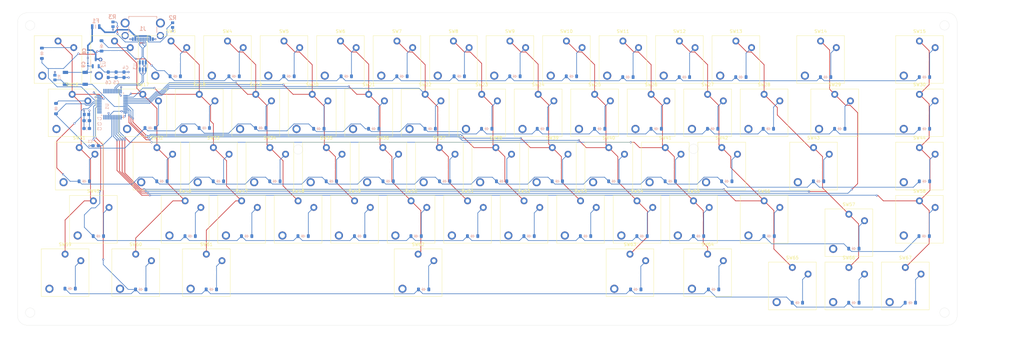
<source format=kicad_pcb>
(kicad_pcb (version 20240108) (generator "pcbnew") (generator_version "8.0")
  (layers (0 "F.Cu" signal) (1 "In1.Cu" signal) (2 "In2.Cu" signal) (31 "B.Cu" signal) (34 "B.Paste" user) (35 "F.Paste" user) (36 "B.SilkS" user "B.Silkscreen") (38 "B.Mask" user) (39 "F.Mask" user) (44 "Edge.Cuts" user))
  (net 0 "")
  (net 1 "Net-(U1-NRST)")
  (net 2 "GND")
  (net 3 "+3V3")
  (net 4 "+5V")
  (net 5 "row 0")
  (net 6 "Net-(D1-A)")
  (net 7 "Net-(D2-A)")
  (net 8 "Net-(D3-A)")
  (net 9 "Net-(D4-A)")
  (net 10 "Net-(D5-A)")
  (net 11 "Net-(D6-A)")
  (net 12 "Net-(D7-A)")
  (net 13 "Net-(D8-A)")
  (net 14 "Net-(D9-A)")
  (net 15 "Net-(D10-A)")
  (net 16 "Net-(D11-A)")
  (net 17 "Net-(D12-A)")
  (net 18 "Net-(D13-A)")
  (net 19 "Net-(D14-A)")
  (net 20 "Net-(D15-A)")
  (net 21 "row 1")
  (net 22 "Net-(D16-A)")
  (net 23 "Net-(D17-A)")
  (net 24 "Net-(D18-A)")
  (net 25 "Net-(D19-A)")
  (net 26 "Net-(D20-A)")
  (net 27 "Net-(D21-A)")
  (net 28 "Net-(D22-A)")
  (net 29 "Net-(D23-A)")
  (net 30 "Net-(D24-A)")
  (net 31 "Net-(D25-A)")
  (net 32 "Net-(D26-A)")
  (net 33 "Net-(D27-A)")
  (net 34 "Net-(D28-A)")
  (net 35 "Net-(D29-A)")
  (net 36 "Net-(D30-A)")
  (net 37 "row 2")
  (net 38 "Net-(D31-A)")
  (net 39 "Net-(D32-A)")
  (net 40 "Net-(D33-A)")
  (net 41 "Net-(D34-A)")
  (net 42 "Net-(D35-A)")
  (net 43 "Net-(D36-A)")
  (net 44 "Net-(D37-A)")
  (net 45 "Net-(D38-A)")
  (net 46 "Net-(D39-A)")
  (net 47 "Net-(D40-A)")
  (net 48 "Net-(D41-A)")
  (net 49 "Net-(D42-A)")
  (net 50 "Net-(D43-A)")
  (net 51 "Net-(D44-A)")
  (net 52 "row 3")
  (net 53 "Net-(D45-A)")
  (net 54 "Net-(D46-A)")
  (net 55 "Net-(D47-A)")
  (net 56 "Net-(D48-A)")
  (net 57 "Net-(D49-A)")
  (net 58 "Net-(D50-A)")
  (net 59 "Net-(D51-A)")
  (net 60 "Net-(D52-A)")
  (net 61 "Net-(D53-A)")
  (net 62 "Net-(D54-A)")
  (net 63 "Net-(D55-A)")
  (net 64 "Net-(D56-A)")
  (net 65 "Net-(D57-A)")
  (net 66 "Net-(D58-A)")
  (net 67 "Net-(D59-A)")
  (net 68 "row 4")
  (net 69 "Net-(D60-A)")
  (net 70 "Net-(D61-A)")
  (net 71 "Net-(D62-A)")
  (net 72 "Net-(D63-A)")
  (net 73 "Net-(D64-A)")
  (net 74 "Net-(D65-A)")
  (net 75 "Net-(D66-A)")
  (net 76 "Net-(D67-A)")
  (net 77 "VBUS")
  (net 78 "D-")
  (net 80 "Net-(J1-CC1)")
  (net 82 "Net-(J1-CC2)")
  (net 83 "D+")
  (net 88 "Net-(U1-BOOT0)")
  (net 89 "col 0")
  (net 90 "col 1")
  (net 91 "col 2")
  (net 92 "col 3")
  (net 93 "col 4")
  (net 94 "col 5")
  (net 95 "col 6")
  (net 96 "col 7")
  (net 97 "col 8")
  (net 98 "col 9")
  (net 99 "col 10")
  (net 100 "col 11")
  (net 101 "col 12")
  (net 102 "col 13")
  (net 103 "col 14")
  (footprint "ScottoKeebs_Choc:Choc_V1V2_1.00u" (layer "F.Cu") (at 205.7 157.55)
    (property "Reference" "SW35")
    (property "Value" "SW_Push")
  )
  (footprint "ScottoKeebs_Choc:Choc_V1V2_1.00u" (layer "F.Cu") (at 313.7 157.55)
    (property "Reference" "SW41")
    (property "Value" "SW_Push")
  )
  (footprint "ScottoKeebs_Choc:Choc_V1V2_1.00u" (layer "F.Cu") (at 214.7 174.55)
    (property "Reference" "SW49")
    (property "Value" "SW_Push")
  )
  (footprint "ScottoKeebs_Choc:Choc_V1V2_1.00u" (layer "F.Cu") (at 394.7 174.55)
    (property "Reference" "SW58")
    (property "Value" "SW_Push")
  )
  (footprint "ScottoKeebs_Choc:Choc_V1V2_2.25u" (layer "F.Cu") (at 131.45 174.55)
    (property "Reference" "SW45")
    (property "Value" "SW_Push")
  )
  (footprint "ScottoKeebs_Choc:Choc_V1V2_1.00u" (layer "F.Cu") (at 322.7 174.55)
    (property "Reference" "SW55")
    (property "Value" "SW_Push")
  )
  (footprint "ScottoKeebs_Choc:Choc_V1V2_1.00u" (layer "F.Cu") (at 268.7 174.55)
    (property "Reference" "SW52")
    (property "Value" "SW_Push")
  )
  (footprint "ScottoKeebs_Choc:Choc_V1V2_1.25u" (layer "F.Cu") (at 122.45 191.55)
    (property "Reference" "SW59")
    (property "Value" "SW_Push")
  )
  (footprint "ScottoKeebs_Choc:Choc_V1V2_1.00u" (layer "F.Cu") (at 237.2 140.55)
    (property "Reference" "SW22")
    (property "Value" "SW_Push")
  )
  (footprint "ScottoKeebs_Choc:Choc_V2_1.50u" (layer "F.Cu") (at 147.2 140.55)
    (property "Reference" "SW17")
    (property "Value" "SW_Push")
  )
  (footprint "ScottoKeebs_Choc:Choc_V1V2_1.00u" (layer "F.Cu") (at 259.7 157.55)
    (property "Reference" "SW38")
    (property "Value" "SW_Push")
  )
  (footprint "ScottoKeebs_Choc:Choc_V1V2_1.00u" (layer "F.Cu") (at 277.7 157.55)
    (property "Reference" "SW39")
    (property "Value" "SW_Push")
  )
  (footprint "ScottoKeebs_Choc:Choc_V1V2_1.25u" (layer "F.Cu") (at 167.45 191.55)
    (property "Reference" "SW61")
    (property "Value" "SW_Push")
  )
  (footprint "ScottoKeebs_Choc:Choc_V1V2_1.00u" (layer "F.Cu") (at 327.2 140.55)
    (property "Reference" "SW27")
    (property "Value" "SW_Push")
  )
  (footprint "ScottoKeebs_Choc:Choc_V1V2_1.00u" (layer "F.Cu") (at 196.7 174.55)
    (property "Reference" "SW48")
    (property "Value" "SW_Push")
  )
  (footprint "ScottoKeebs_Choc:Choc_V1V2_1.00u" (layer "F.Cu") (at 273.2 140.55)
    (property "Reference" "SW24")
    (property "Value" "SW_Push")
  )
  (footprint "ScottoKeebs_Choc:Choc_V1V2_1.00u" (layer "F.Cu") (at 304.7 174.55)
    (property "Reference" "SW54")
    (property "Value" "SW_Push")
  )
  (footprint "ScottoKeebs_Choc:Choc_V1V2_1.00u" (layer "F.Cu") (at 160.7 174.55)
    (property "Reference" "SW46")
    (property "Value" "SW_Push")
  )
  (footprint "ScottoKeebs_Choc:Choc_V1V2_1.00u" (layer "F.Cu") (at 309.2 140.55)
    (property "Reference" "SW26")
    (property "Value" "SW_Push")
  )
  (footprint "ScottoKeebs_Choc:Choc_V1V2_1.00u" (layer "F.Cu") (at 210.2 123.55)
    (property "Reference" "SW6")
    (property "Value" "SW_Push")
  )
  (footprint "ScottoKeebs_Choc:Choc_V1V2_1.00u" (layer "F.Cu") (at 354.2 195.8)
    (property "Reference" "SW65")
    (property "Value" "SW_Push")
  )
  (footprint "ScottoKeebs_Choc:Choc_V1V2_1.00u" (layer "F.Cu") (at 372.2 195.8)
    (property "Reference" "SW66")
    (property "Value" "SW_Push")
  )
  (footprint "ScottoKeebs_Choc:Choc_V1V2_1.00u" (layer "F.Cu") (at 318.2 123.55)
    (property "Reference" "SW12")
    (property "Value" "SW_Push")
  )
  (footprint "ScottoKeebs_Choc:Choc_V1V2_1.00u" (layer "F.Cu") (at 223.7 157.55)
    (property "Reference" "SW36")
    (property "Value" "SW_Push")
  )
  (footprint "ScottoKeebs_Choc:Choc_V1V2_1.00u" (layer "F.Cu") (at 241.7 157.55)
    (property "Reference" "SW37")
    (property "Value" "SW_Push")
  )
  (footprint "ScottoKeebs_Choc:Choc_V1V2_1.00u" (layer "F.Cu") (at 282.2 123.55)
    (property "Reference" "SW10")
    (property "Value" "SW_Push")
  )
  (footprint "ScottoKeebs_Choc:Choc_V1V2_6.25u" (layer "F.Cu") (at 234.95 191.55)
    (property "Reference" "SW62")
    (property "Value" "SW_Push")
  )
  (footprint "ScottoKeebs_Choc:Choc_V1V2_1.00u" (layer "F.Cu") (at 232.7 174.55)
    (property "Reference" "SW50")
    (property "Value" "SW_Push")
  )
  (footprint "ScottoKeebs_Choc:Choc_V1V2_1.25u" (layer "F.Cu") (at 144.95 191.55)
    (property "Reference" "SW60")
    (property "Value" "SW_Push")
  )
  (footprint "ScottoKeebs_Choc:Choc_V1V2_1.00u" (layer "F.Cu") (at 156.2 123.55)
    (property "Reference" "SW3")
    (property "Value" "SW_Push")
  )
  (footprint "ScottoKeebs_Choc:Choc_V1V2_1.00u" (layer "F.Cu") (at 201.2 140.55)
    (property "Reference" "SW20")
    (property "Value" "SW_Push")
  )
  (footprint "ScottoKeebs_Choc:Choc_V1V2_1.00u" (layer "F.Cu") (at 331.7 157.55)
    (property "Reference" "SW42")
    (property "Value" "SW_Push")
  )
  (footprint "ScottoKeebs_Choc:Choc_V1V2_2.25u" (layer "F.Cu") (at 360.95 157.55)
    (property "Reference" "SW43")
    (property "Value" "SW_Push")
  )
  (footprint "ScottoKeebs_Choc:Choc_V1V2_1.50u" (layer "F.Cu") (at 367.7 140.55)
    (property "Reference" "SW29")
    (property "Value" "SW_Push")
  )
  (footprint "ScottoKeebs_Choc:Choc_V1V2_1.00u" (layer "F.Cu") (at 394.7 123.55)
    (property "Reference" "SW15")
    (property "Value" "SW_Push")
  )
  (footprint "ScottoKeebs_Choc:Choc_V1V2_1.00u" (layer "F.Cu") (at 174.2 123.55)
    (property "Reference" "SW4")
    (property "Value" "SW_Push")
  )
  (footprint "ScottoKeebs_Choc:Choc_V1V2_1.00u" (layer "F.Cu") (at 394.7 157.55)
    (property "Reference" "SW44")
    (property "Value" "SW_Push")
  )
  (footprint "ScottoKeebs_Choc:Choc_V1V2_1.00u" (layer "F.Cu") (at 336.2 123.55)
    (property "Reference" "SW13")
    (property "Value" "SW_Push")
  )
  (footprint "ScottoKeebs_Choc:Choc_V1V2_1.00u" (layer "F.Cu") (at 390.2 195.8)
    (property "Reference" "SW67")
    (property "Value" "SW_Push")
  )
  (footprint "ScottoKeebs_Choc:Choc_V1V2_1.00u" (layer "F.Cu") (at 178.7 174.55)
    (property "Reference" "SW47")
    (property "Value" "SW_Push")
  )
  (footprint "ScottoKeebs_Choc:Choc_V1V2_1.00u" (layer "F.Cu") (at 183.2 140.55)
    (property "Reference" "SW19")
    (property "Value" "SW_Push")
  )
  (footprint "ScottoKeebs_Choc:Choc_V1V2_1.00u" (layer "F.Cu") (at 151.7 157.55)
    (property "Reference" "SW32")
    (property "Value" "SW_Push")
  )
  (footprint "ScottoKeebs_Choc:Choc_V1V2_1.00u" (layer "F.Cu") (at 295.7 157.55)
    (property "Reference" "SW40")
    (property "Value" "SW_Push")
  )
  (footprint "ScottoKeebs_Choc:Choc_V1V2_2.00u" (layer "F.Cu") (at 363.2 123.55)
    (property "Reference" "SW14")
    (property "Value" "SW_Push")
  )
  (footprint "ScottoKeebs_Choc:Choc_V1V2_1.00u" (layer "F.Cu") (at 394.7 140.55)
    (property "Reference" "SW30")
    (property "Value" "SW_Push")
  )
  (footprint "ScottoKeebs_Choc:Choc_V1V2_1.50u" (layer "F.Cu") (at 327.2 191.55)
    (property "Reference" "SW64")
    (property "Value" "SW_Push")
  )
  (footprint "ScottoKeebs_Choc:Choc_V1V2_1.00u" (layer "F.Cu") (at 219.2 140.55)
    (property "Reference" "SW21")
    (property "Value" "SW_Push")
  )
  (footprint "ScottoKeebs_Choc:Choc_V2_1.00u" (layer "F.Cu") (at 138.2 123.55)
    (property "Reference" "SW2")
    (property "Value" "SW_Push")
  )
  (footprint "ScottoKeebs_Choc:Choc_V1V2_1.00u" (layer "F.Cu") (at 228.2 123.55)
    (property "Reference" "SW7")
    (property "Value" "SW_Push")
  )
  (footprint "ScottoKeebs_Choc:Choc_V1V2_1.00u" (layer "F.Cu") (at 187.7 157.55)
    (property "Reference" "SW34")
    (property "Value" "SW_Push")
  )
  (footprint "ScottoKeebs_Choc:Choc_V1V2_1.00u" (layer "F.Cu") (at 192.2 123.55)
    (property "Reference" "SW5")
    (property "Value" "SW_Push")
  )
  (footprint "ScottoKeebs_Choc:Choc_V1V2_1.00u" (layer "F.Cu") (at 250.7 174.55)
    (property "Reference" "SW51")
    (property "Value" "SW_Push")
  )
  (footprint "ScottoKeebs_Choc:Choc_V1V2_1.00u" (layer "F.Cu") (at 286.7 174.55)
    (property "Reference" "SW53")
    (property "Value" "SW_Push")
  )
  (footprint "ScottoKeebs_Choc:Choc_V1V2_1.00u" (layer "F.Cu") (at 372.2 178.8)
    (property "Reference" "SW57")
    (property "Value" "SW_Push")
  )
  (footprint "ScottoKeebs_Choc:Choc_V1V2_1.00u" (layer "F.Cu") (at 345.2 140.55)
    (property "Reference" "SW28")
    (property "Value" "SW_Push")
  )
  (footprint "ScottoKeebs_Choc:Choc_V1V2_1.00u" (layer "F.Cu") (at 264.2 123.55)
    (property "Reference" "SW9")
    (property "Value" "SW_Push")
  )
  (footprint "ScottoKeebs_Choc:Choc_V1V2_1.00u" (layer "F.Cu") (at 255.2 140.55)
    (property "Reference" "SW23")
    (property "Value" "SW_Push")
  )
  (footprint "ScottoKeebs_Choc:Choc_V1V2_1.00u" (layer "F.Cu") (at 300.2 123.55)
    (property "Reference" "SW11")
    (property "Value" "SW_Push")
  )
  (footprint "ScottoKeebs_Choc:Choc_V2_1.50u" (layer "F.Cu") (at 124.7 140.55)
    (property "Reference" "SW16")
    (property "Value" "SW_Push")
  )
  (footprint "ScottoKeebs_Choc:Choc_V1V2_1.00u" (layer "F.Cu") (at 165.2 140.55)
    (property "Reference" "SW18")
    (property "Value" "SW_Push")
  )
  (footprint "ScottoKeebs_Choc:Choc_V1V2_1.50u" (layer "F.Cu") (at 345.2 174.55)
    (property "Reference" "SW56")
    (property "Value" "SW_Push")
  )
  (footprint "ScottoKeebs_Choc:Choc_V1V2_1.00u" (layer "F.Cu") (at 246.2 123.55)
    (property "Reference" "SW8")
    (property "Value" "SW_Push")
  )
  (footprint "ScottoKeebs_Choc:Choc_V2_1.00u" (layer "F.Cu") (at 120.2 123.55)
    (property "Reference" "SW1")
    (property "Value" "SW_Push")
  )
  (footprint "ScottoKeebs_Choc:Choc_V1V2_1.00u" (layer "F.Cu") (at 169.7 157.55)
    (property "Reference" "SW33")
    (property "Value" "SW_Push")
  )
  (footprint "ScottoKeebs_Choc:Choc_V1V2_1.00u" (layer "F.Cu") (at 291.2 140.55)
    (property "Reference" "SW25")
    (property "Value" "SW_Push")
  )
  (footprint "ScottoKeebs_Choc:Choc_V1V2_1.75u" (layer "F.Cu") (at 126.95 157.55)
    (property "Reference" "SW31")
    (property "Value" "SW_Push")
  )
  (footprint "ScottoKeebs_Choc:Choc_V1V2_1.25u" (layer "F.Cu") (at 302.45 191.55)
    (property "Reference" "SW63")
    (property "Value" "SW_Push")
  )
  (footprint "ScottoKeebs_Components:Diode_SOD-123" (layer "B.Cu") (at 328.8 145.65)
    (property "Reference" "D27" (hide yes))
    (property "Value" "D_Small")
  )
  (footprint "Library:1uF lil CAPC0603X33N" (layer "B.Cu") (at 129.7 120.98 -90)
    (property "Reference" "C8")
    (property "Value" "1uF" (hide yes))
  )
  (footprint "ScottoKeebs_Components:Diode_SOD-123" (layer "B.Cu") (at 396.2 179.9)
    (property "Reference" "D58" (hide yes))
    (property "Value" "D_Small")
  )
  (footprint "Package_TO_SOT_SMD:SOT-23-6" (layer "B.Cu") (at 147.2 125.6 -90)
    (property "Reference" "U3")
    (property "Value" "USBLC6-2SC6")
  )
  (footprint "ScottoKeebs_Components:Diode_SOD-123" (layer "B.Cu") (at 329.1 196.9)
    (property "Reference" "D64" (hide yes))
    (property "Value" "D_Small")
  )
  (footprint "ScottoKeebs_Components:Diode_SOD-123" (layer "B.Cu") (at 203.3 145.65)
    (property "Reference" "D20" (hide yes))
    (property "Value" "D_Small")
  )
  (footprint "Package_QFP:LQFP-48_7x7mm_P0.5mm" (layer "B.Cu") (at 137.5375 137.8 90)
    (property "Reference" "U1")
    (property "Value" "STM32F072CBT6")
  )
  (footprint "Capacitor_SMD:C_0603_1608Metric_Pad1.08x0.95mm_HandSolder" (layer "B.Cu") (at 141.21 128.4125 90)
    (property "Reference" "C4")
    (property "Value" "100nF")
  )
  (footprint "ScottoKeebs_Components:Diode_SOD-123" (layer "B.Cu") (at 134.05 119.2 90)
    (property "Reference" "D2" (hide yes))
    (property "Value" "D_Small")
  )
  (footprint "ScottoKeebs_Components:Diode_SOD-123" (layer "B.Cu") (at 236.7 196.9)
    (property "Reference" "D62" (hide yes))
    (property "Value" "D_Small")
  )
  (footprint "ScottoKeebs_Components:Diode_SOD-123" (layer "B.Cu") (at 166.8 145.4)
    (property "Reference" "D18" (hide yes))
    (property "Value" "D_Small")
  )
  (footprint "ScottoKeebs_Components:Diode_SOD-123" (layer "B.Cu") (at 297.3 162.4)
    (property "Reference" "D40" (hide yes))
    (property "Value" "D_Small")
  )
  (footprint "ScottoKeebs_Components:Diode_SOD-123" (layer "B.Cu") (at 157.55 128.9)
    (property "Reference" "D3" (hide yes))
    (property "Value" "D_Small")
  )
  (footprint "Library:1uF lil CAPC0603X33N" (layer "B.Cu") (at 129.7 125.15 90)
    (property "Reference" "C9")
    (property "Value" "1uF" (hide yes))
  )
  (footprint "ScottoKeebs_Components:Diode_SOD-123" (layer "B.Cu") (at 265.8 128.9)
    (property "Reference" "D9" (hide yes))
    (property "Value" "D_Small")
  )
  (footprint "ScottoKeebs_Components:Diode_SOD-123" (layer "B.Cu") (at 396.3 162.4)
    (property "Reference" "D44" (hide yes))
    (property "Value" "D_Small")
  )
  (footprint "ScottoKeebs_Components:Diode_SOD-123" (layer "B.Cu") (at 252.3 179.9)
    (property "Reference" "D51" (hide yes))
    (property "Value" "D_Small")
  )
  (footprint "ScottoKeebs_Components:Diode_SOD-123" (layer "B.Cu") (at 304.3 196.9)
    (property "Reference" "D63" (hide yes))
    (property "Value" "D_Small")
  )
  (footprint "ScottoKeebs_Components:Diode_SOD-123" (layer "B.Cu") (at 396.3 145.65)
    (property "Reference" "D30" (hide yes))
    (property "Value" "D_Small")
  )
  (footprint "ScottoKeebs_Components:Diode_SOD-123" (layer "B.Cu") (at 133.05 179.9)
    (property "Reference" "D45" (hide yes))
    (property "Value" "D_Small")
  )
  (footprint "ScottoKeebs_Components:Diode_SOD-123" (layer "B.Cu") (at 256.8 145.65)
    (property "Reference" "D23" (hide yes))
    (property "Value" "D_Small")
  )
  (footprint "Package_TO_SOT_SMD:SOT-23-3" (layer "B.Cu") (at 132.2 124.55 90)
    (property "Reference" "U2")
    (property "Value" "XC6206P332MR-G" (hide yes))
  )
  (footprint "ScottoKeebs_Components:Diode_SOD-123" (layer "B.Cu") (at 274.55 145.65)
    (property "Reference" "D24" (hide yes))
    (property "Value" "D_Small")
  )
  (footprint "ScottoKeebs_Components:Diode_SOD-123" (layer "B.Cu") (at 337.8 129.15)
    (property "Reference" "D13" (hide yes))
    (property "Value" "D_Small")
  )
  (footprint "ScottoKeebs_Components:Diode_SOD-123" (layer "B.Cu") (at 288.3 179.9)
    (property "Reference" "D53" (hide yes))
    (property "Value" "D_Small")
  )
  (footprint "ScottoKeebs_Components:Diode_SOD-123" (layer "B.Cu") (at 346.55 145.65)
    (property "Reference" "D28" (hide yes))
    (property "Value" "D_Small")
  )
  (footprint "ScottoKeebs_Components:Diode_SOD-123" (layer "B.Cu") (at 391.8 201.15)
    (property "Reference" "D67" (hide yes))
    (property "Value" "D_Small")
  )
  (footprint "ScottoKeebs_Components:Diode_SOD-123" (layer "B.Cu") (at 279.3 162.4)
    (property "Reference" "D39" (hide yes))
    (property "Value" "D_Small")
  )
  (footprint "ScottoKeebs_Components:Diode_SOD-123" (layer "B.Cu") (at 198.3 179.9)
    (property "Reference" "D48" (hide yes))
    (property "Value" "D_Small")
  )
  (footprint "ScottoKeebs_Components:Diode_SOD-123" (layer "B.Cu") (at 124.05 196.65)
    (property "Reference" "D59" (hide yes))
    (property "Value" "D_Small")
  )
  (footprint "ScottoKeebs_Components:Diode_SOD-123" (layer "B.Cu") (at 238.8 145.65)
    (property "Reference" "D22" (hide yes))
    (property "Value" "D_Small")
  )
  (footprint "ScottoKeebs_Components:Diode_SOD-123" (layer "B.Cu") (at 306.3 179.9)
    (property "Reference" "D54" (hide yes))
    (property "Value" "D_Small")
  )
  (footprint "ScottoKeebs_Components:Diode_SOD-123" (layer "B.Cu") (at 189.3 162.4)
    (property "Reference" "D34" (hide yes))
    (property "Value" "D_Small")
  )
  (footprint "ScottoKeebs_Components:Diode_SOD-123" (layer "B.Cu") (at 324.3 179.9)
    (property "Reference" "D55" (hide yes))
    (property "Value" "D_Small")
  )
  (footprint "Library:RESC1608X50N" (layer "B.Cu") (at 156.7 112.55 -90)
    (property "Reference" "R2")
    (property "Value" "5.1k" (hide yes))
  )
  (footprint "ScottoKeebs_Components:Diode_SOD-123" (layer "B.Cu") (at 212.05 128.9)
    (property "Reference" "D6" (hide yes))
    (property "Value" "D_Small")
  )
  (footprint "ScottoKeebs_Components:Diode_SOD-123" (layer "B.Cu") (at 220.8 145.65)
    (property "Reference" "D21" (hide yes))
    (property "Value" "D_Small")
  )
  (footprint "ScottoKeebs_Components:Diode_SOD-123" (layer "B.Cu") (at 176.3 128.9)
    (property "Reference" "D4" (hide yes))
    (property "Value" "D_Small")
  )
  (footprint "ScottoKeebs_Components:Diode_SOD-123" (layer "B.Cu") (at 315.3 162.4)
    (property "Reference" "D41" (hide yes))
    (property "Value" "D_Small")
  )
  (footprint "Capacitor_SMD:C_0603_1608Metric_Pad1.08x0.95mm_HandSolder" (layer "B.Cu") (at 129.3375 143.05 180)
    (property "Reference" "C2")
    (property "Value" "100nF")
  )
  (footprint "ScottoKeebs_Components:Diode_SOD-123" (layer "B.Cu") (at 248.05 128.9)
    (property "Reference" "D8" (hide yes))
    (property "Value" "D_Small")
  )
  (footprint "ScottoKeebs_Components:Diode_SOD-123" (layer "B.Cu") (at 234.3 179.9)
    (property "Reference" "D50" (hide yes))
    (property "Value" "D_Small")
  )
  (footprint "ScottoKeebs_Components:Diode_SOD-123" (layer "B.Cu") (at 396.3 129.15)
    (property "Reference" "D15" (hide yes))
    (property "Value" "D_Small")
  )
  (footprint "ScottoKeebs_Components:Diode_SOD-123" (layer "B.Cu") (at 373.8 201.15)
    (property "Reference" "D66" (hide yes))
    (property "Value" "D_Small")
  )
  (footprint "ScottoKeebs_Components:Diode_SOD-123" (layer "B.Cu") (at 229.8 128.9)
    (property "Reference" "D7" (hide yes))
    (property "Value" "D_Small")
  )
  (footprint "ScottoKeebs_Components:Diode_SOD-123" (layer "B.Cu") (at 193.8 128.9)
    (property "Reference" "D5" (hide yes))
    (property "Value" "D_Small")
  )
  (footprint "Capacitor_SMD:C_0603_1608Metric_Pad1.08x0.95mm_HandSolder" (layer "B.Cu") (at 129.3375 145.56 180)
    (property "Reference" "C3")
    (property "Value" "100nF")
  )
  (footprint "ScottoKeebs_Components:Diode_SOD-123" (layer "B.Cu") (at 146.55 196.9)
    (property "Reference" "D60" (hide yes))
    (property "Value" "D_Small")
  )
  (footprint "Capacitor_SMD:C_0603_1608Metric_Pad1.08x0.95mm_HandSolder" (layer "B.Cu") (at 138.7 128.4125 90)
    (property "Reference" "C5")
    (property "Value" "100nF")
  )
  (footprint "ScottoKeebs_Components:Diode_SOD-123" (layer "B.Cu") (at 362.55 162.4)
    (property "Reference" "D43" (hide yes))
    (property "Value" "D_Small")
  )
  (footprint "ScottoKeebs_Components:Diode_SOD-123" (layer "B.Cu") (at 319.8 129.15)
    (property "Reference" "D12" (hide yes))
    (property "Value" "D_Small")
  )
  (footprint "ScottoKeebs_Components:Diode_SOD-123" (layer "B.Cu") (at 207.3 162.4)
    (property "Reference" "D35" (hide yes))
    (property "Value" "D_Small")
  )
  (footprint "Library:FUSC2214X80N" (layer "B.Cu") (at 132.2 113.05 180)
    (property "Reference" "F1")
    (property "Value" "500mA PPTC" (hide yes))
  )
  (footprint "ScottoKeebs_Components:Diode_SOD-123" (layer "B.Cu") (at 128.55 162.4)
    (property "Reference" "D31" (hide yes))
    (property "Value" "D_Small")
  )
  (footprint "ScottoKeebs_Components:Diode_SOD-123" (layer "B.Cu") (at 180.3 179.9)
    (property "Reference" "D47" (hide yes))
    (property "Value" "D_Small")
  )
  (footprint "ScottoKeebs_Components:Diode_SOD-123" (layer "B.Cu") (at 283.8 128.9)
    (property "Reference" "D10" (hide yes))
    (property "Value" "D_Small")
  )
  (footprint "ScottoKeebs_Components:Diode_SOD-123" (layer "B.Cu") (at 364.8 129.15)
    (property "Reference" "D14" (hide yes))
    (property "Value" "D_Small")
  )
  (footprint "Capacitor_SMD:C_0603_1608Metric_Pad1.08x0.95mm_HandSolder" (layer "B.Cu") (at 132.2 151.05 180)
    (property "Reference" "C1")
    (property "Value" "100nF")
  )
  (footprint "ScottoKeebs_Components:Diode_SOD-123" (layer "B.Cu") (at 270.3 179.9)
    (property "Reference" "D52" (hide yes))
    (property "Value" "D_Small")
  )
  (footprint "ScottoKeebs_Components:Diode_SOD-123" (layer "B.Cu") (at 115.05 121.55 90)
    (property "Reference" "D1" (hide yes))
    (property "Value" "D_Small")
  )
  (footprint "ScottoKeebs_Components:Diode_SOD-123" (layer "B.Cu") (at 373.8 183.9)
    (property "Reference" "D57" (hide yes))
    (property "Value" "D_Small")
  )
  (footprint "ScottoKeebs_Components:Diode_SOD-123" (layer "B.Cu") (at 149.55 145.4)
    (property "Reference" "D17" (hide yes))
    (property "Value" "D_Small")
  )
  (footprint "ScottoKeebs_Components:Diode_SOD-123" (layer "B.Cu") (at 346.8 179.9)
    (property "Reference" "D56" (hide yes))
    (property "Value" "D_Small")
  )
  (footprint "ScottoKeebs_Components:Diode_SOD-123" (layer "B.Cu") (at 261.55 162.4)
    (property "Reference" "D38" (hide yes))
    (property "Value" "D_Small")
  )
  (footprint "ScottoKeebs_Components:Diode_SOD-123" (layer "B.Cu") (at 355.8 201.15)
    (property "Reference" "D65" (hide yes))
    (property "Value" "D_Small")
  )
  (footprint "Library:10uF Cap CAPC1608X100N" (layer "B.Cu") (at 129.265 141.07 180)
    (property "Reference" "C7")
    (property "Value" "10uF" (hide yes))
  )
  (footprint "ScottoKeebs_Components:Diode_SOD-123" (layer "B.Cu") (at 292.8 145.65)
    (property "Reference" "D25" (hide yes))
    (property "Value" "D_Small")
  )
  (footprint "ScottoKeebs_Components:Button_TL3342" (layer "B.Cu") (at 125.7 129.55)
    (property "Reference" "SW68" (hide yes))
    (property "Value" "Boot Button")
  )
  (footprint "ScottoKeebs_Components:Diode_SOD-123" (layer "B.Cu") (at 184.8 145.4)
    (property "Reference" "D19" (hide yes))
    (property "Value" "D_Small")
  )
  (footprint "ScottoKeebs_Components:Diode_SOD-123" (layer "B.Cu") (at 162.3 179.9)
    (property "Reference" "D46" (hide yes))
    (property "Value" "D_Small")
  )
  (footprint "ScottoKeebs_Components:Diode_SOD-123" (layer "B.Cu") (at 310.8 145.65)
    (property "Reference" "D26" (hide yes))
    (property "Value" "D_Small")
  )
  (footprint "ScottoKeebs_Components:Diode_SOD-123" (layer "B.Cu") (at 169.05 196.9)
    (property "Reference" "D61" (hide yes))
    (property "Value" "D_Small")
  )
  (footprint "ScottoKeebs_Components:Diode_SOD-123" (layer "B.Cu") (at 225.4 162.4)
    (property "Reference" "D36" (hide yes))
    (property "Value" "D_Small")
  )
  (footprint "ScottoKeebs_Components:Diode_SOD-123" (layer "B.Cu") (at 153.3 162.4)
    (property "Reference" "D32" (hide yes))
    (property "Value" "D_Small")
  )
  (footprint "ScottoKeebs_Components:Diode_SOD-123" (layer "B.Cu") (at 216.3 179.9)
    (property "Reference" "D49" (hide yes))
    (property "Value" "D_Small")
  )
  (footprint "Library:RESC1608X50N" (layer "B.Cu") (at 119.2 129.3 90)
    (property "Reference" "R1")
    (property "Value" "10k" (hide yes))
  )
  (footprint "Library:RESC1608X50N" (layer "B.Cu") (at 137.7 112.3 90)
    (property "Reference" "R3")
    (property "Value" "5.1k" (hide yes))
  )
  (footprint "ScottoKeebs_Components:Diode_SOD-123" (layer "B.Cu") (at 171.3 162.4)
    (property "Reference" "D33" (hide yes))
    (property "Value" "D_Small")
  )
  (footprint "ScottoKeebs_Components:Diode_SOD-123" (layer "B.Cu") (at 243.4 162.4)
    (property "Reference" "D37" (hide yes))
    (property "Value" "D_Small")
  )
  (footprint "Capacitor_SMD:C_0603_1608Metric_Pad1.08x0.95mm_HandSolder" (layer "B.Cu") (at 136.19 128.4125 90)
    (property "Reference" "C6")
    (property "Value" "100nF")
  )
  (footprint "ScottoKeebs_Components:Diode_SOD-123" (layer "B.Cu") (at 119.55 139.2 90)
    (property "Reference" "D16" (hide yes))
    (property "Value" "D_Small")
  )
  (footprint "ScottoKeebs_Components:Diode_SOD-123" (layer "B.Cu") (at 369.3 145.65)
    (property "Reference" "D29" (hide yes))
    (property "Value" "D_Small")
  )
  (footprint "ScottoKeebs_Components:Diode_SOD-123" (layer "B.Cu") (at 333.3 162.4)
    (property "Reference" "D42" (hide yes))
    (property "Value" "D_Small")
  )
  (footprint "Library:USB4500030A" (layer "B.Cu") (at 147.2 113.05)
    (property "Reference" "J1")
    (property "Value" "USB4500-03-0-A" (hide yes))
  )
  (footprint "ScottoKeebs_Components:Diode_SOD-123" (layer "B.Cu") (at 301.8 129.15)
    (property "Reference" "D11" (hide yes))
    (property "Value" "D_Small")
  )
  (gr_line (start 110.3 108.65) (end 403.7 108.65) (stroke (width 0.05)) (layer "Edge.Cuts"))
  (gr_circle (center 402.7 204.3) (end 404.2 204.3) (stroke (width 0.05)) (fill none) (layer "Edge.Cuts"))
  (gr_circle (center 402.7 112.65) (end 404.2 112.65) (stroke (width 0.05)) (fill none) (layer "Edge.Cuts"))
  (gr_circle (center 196.7 152.25) (end 198.2 152.25) (stroke (width 0.05)) (fill none) (layer "Edge.Cuts"))
  (gr_arc (start 110.3 208.3) (mid 108.17868 207.42132) (end 107.3 205.3) (stroke (width 0.05)) (layer "Edge.Cuts"))
  (gr_arc (start 406.7 205.3) (mid 405.82132 207.42132) (end 403.7 208.3) (stroke (width 0.05)) (layer "Edge.Cuts"))
  (gr_circle (center 111.3 204.3) (end 112.8 204.3) (stroke (width 0.05)) (fill none) (layer "Edge.Cuts"))
  (gr_line (start 107.3 205.3) (end 107.3 111.65) (stroke (width 0.05)) (layer "Edge.Cuts"))
  (gr_circle (center 111.3 112.65) (end 112.8 112.65) (stroke (width 0.05)) (fill none) (layer "Edge.Cuts"))
  (gr_arc (start 107.3 111.65) (mid 108.17868 109.52868) (end 110.3 108.65) (stroke (width 0.05)) (layer "Edge.Cuts"))
  (gr_line (start 403.7 208.3) (end 110.3 208.3) (stroke (width 0.05)) (layer "Edge.Cuts"))
  (gr_circle (center 322.7 152.05) (end 324.2 152.05) (stroke (width 0.05)) (fill none) (layer "Edge.Cuts"))
  (gr_arc (start 403.7 108.65) (mid 405.82132 109.52868) (end 406.7 111.65) (stroke (width 0.05)) (layer "Edge.Cuts"))
  (gr_line (start 406.7 111.65) (end 406.7 205.3) (stroke (width 0.05)) (layer "Edge.Cuts"))
  (segment (start 137.2875 148.0375) (end 137.2875 141.9625) (width 0.2) (layer "B.Cu") (net 1))
  (segment (start 133.0625 151.05) (end 134.3 151.05) (width 0.2) (layer "B.Cu") (net 1))
  (segment (start 134.3 151.05) (end 137.3 148.05) (width 0.2) (layer "B.Cu") (net 1))
  (segment (start 137.3 148.05) (end 137.2875 148.0375) (width 0.2) (layer "B.Cu") (net 1))
  (via (at 129.7 123.05) (size 0.6) (drill 0.3) (layers "F.Cu" "B.Cu") (net 2))
  (via (at 143.2 117.05) (size 0.6) (drill 0.3) (layers "F.Cu" "B.Cu") (net 2))
  (via (at 128.5 139.85) (size 0.6) (drill 0.3) (layers "F.Cu" "B.Cu") (net 2))
  (via (at 119.2 127.55) (size 0.6) (drill 0.3) (layers "F.Cu" "B.Cu") (net 2))
  (via (at 156.7 114.45) (size 0.6) (drill 0.3) (layers "F.Cu" "B.Cu") (net 2))
  (via (at 142.7 127.55) (size 0.6) (drill 0.3) (layers "F.Cu" "B.Cu") (net 2))
  (via (at 140.45 140.05) (size 0.6) (drill 0.3) (layers "F.Cu" "B.Cu") (net 2))
  (via (at 151.2 117.05) (size 0.6) (drill 0.3) (layers "F.Cu" "B.Cu") (net 2))
  (via (at 147.55 125.553151) (size 0.6) (drill 0.3) (layers "F.Cu" "B.Cu") (net 2))
  (via (at 137.7 114.05) (size 0.6) (drill 0.3) (layers "F.Cu" "B.Cu") (net 2))
  (via (at 132.2 135.55) (size 0.6) (drill 0.3) (layers "F.Cu" "B.Cu") (net 2))
  (via (at 130.2 151.05) (size 0.6) (drill 0.3) (layers "F.Cu" "B.Cu") (net 2))
  (via (at 140.2 135.05) (size 0.6) (drill 0.3) (layers "F.Cu" "B.Cu") (net 2))
  (segment (start 137.7 113.05) (end 137.7 114.05) (width 0.2) (layer "B.Cu") (net 2))
  (segment (start 129.7 124.82) (end 129.7 121.31) (width 0.2) (layer "B.Cu") (net 2))
  (segment (start 150.4 117.05) (end 151.2 117.05) (width 0.2) (layer "B.Cu") (net 2))
  (segment (start 135.0125 127.55) (end 136.19 127.55) (width 0.2) (layer "B.Cu") (net 2))
  (segment (start 139.7875 134.6375) (end 140.2 135.05) (width 0.2) (layer "B.Cu") (net 2))
  (segment (start 136.7875 141.19259) (end 137.93009 140.05) (width 0.2) (layer "B.Cu") (net 2))
  (segment (start 128.5 139.85) (end 128.555 139.905) (width 0.2) (layer "B.Cu") (net 2))
  (segment (start 133.15 125.6875) (end 135.0125 127.55) (width 0.2) (layer "B.Cu") (net 2))
  (segment (start 139.7875 133.6375) (end 139.7875 134.6375) (width 0.2) (layer "B.Cu") (net 2))
  (segment (start 133.375 135.55) (end 132.2 135.55) (width 0.2) (layer "B.Cu") (net 2))
  (segment (start 137.93009 140.05) (end 140.45 140.05) (width 0.2) (layer "B.Cu") (net 2))
  (segment (start 136.7875 141.9625) (end 136.7875 141.19259) (width 0.2) (layer "B.Cu") (net 2))
  (segment (start 136.19 127.55) (end 142.7 127.55) (width 0.2) (layer "B.Cu") (net 2))
  (segment (start 119.2 128.55) (end 119.2 127.55) (width 0.2) (layer "B.Cu") (net 2))
  (segment (start 147.2 125.203151) (end 147.55 125.553151) (width 0.2) (layer "B.Cu") (net 2))
  (segment (start 156.7 113.3) (end 156.7 114.45) (width 0.2) (layer "B.Cu") (net 2))
  (segment (start 147.2 124.4625) (end 147.2 125.203151) (width 0.2) (layer "B.Cu") (net 2))
  (segment (start 144 117.05) (end 143.2 117.05) (width 0.2) (layer "B.Cu") (net 2))
  (segment (start 128.555 139.905) (end 128.555 141.07) (width 0.2) (layer "B.Cu") (net 2))
  (segment (start 131.3375 151.05) (end 130.2 151.05) (width 0.2) (layer "B.Cu") (net 2))
  (segment (start 128.475 145.56) (end 128.475 141.15) (width 0.2) (layer "B.Cu") (net 2))
  (segment (start 141.7 140.05) (end 140.45 140.05) (width 0.2) (layer "B.Cu") (net 2))
  (segment (start 128.475 141.15) (end 128.555 141.07) (width 0.2) (layer "B.Cu") (net 2))
  (via (at 131.6 134.05) (size 0.6) (drill 0.3) (layers "F.Cu" "B.Cu") (net 3))
  (via (at 130.2 139.85) (size 0.6) (drill 0.3) (layers "F.Cu" "B.Cu") (net 3))
  (via (at 136.3 140.65) (size 0.6) (drill 0.3) (layers "F.Cu" "B.Cu") (net 3))
  (via (at 140.3 132.375) (size 0.6) (drill 0.3) (layers "F.Cu" "B.Cu") (net 3))
  (via (at 141.45 141.7) (size 0.6) (drill 0.3) (layers "F.Cu" "B.Cu") (net 3))
  (via (at 130.7 127.55) (size 0.6) (drill 0.3) (layers "F.Cu" "B.Cu") (net 3))
  (via (at 142.7 129.3) (size 0.6) (drill 0.3) (layers "F.Cu" "B.Cu") (net 3))
  (segment (start 141.1875 141.9625) (end 141.7 141.45) (width 0.2) (layer "B.Cu") (net 3))
  (segment (start 132.6 135.05) (end 133.375 135.05) (width 0.2) (layer "B.Cu") (net 3))
  (segment (start 129.7 126.8) (end 128.85 127.65) (width 0.2) (layer "B.Cu") (net 3))
  (segment (start 128.85 127.65) (end 130.6 127.65) (width 0.2) (layer "B.Cu") (net 3))
  (segment (start 129.7 125.65) (end 129.7 126.8) (width 0.2) (layer "B.Cu") (net 3))
  (segment (start 129.7 125.65) (end 131.2125 125.65) (width 0.2) (layer "B.Cu") (net 3))
  (segment (start 140.2875 141.9625) (end 141.1875 141.9625) (width 0.2) (layer "B.Cu") (net 3))
  (segment (start 131.6 134.05) (end 132.6 135.05) (width 0.2) (layer "B.Cu") (net 3))
  (segment (start 122.55 127.65) (end 128.85 127.65) (width 0.2) (layer "B.Cu") (net 3))
  (segment (start 130.6 127.65) (end 130.7 127.55) (width 0.2) (layer "B.Cu") (net 3))
  (segment (start 140.3 132.375) (end 140.2875 132.3875) (width 0.2) (layer "B.Cu") (net 3))
  (segment (start 142.675 129.275) (end 142.7 129.3) (width 0.2) (layer "B.Cu") (net 3))
  (segment (start 131.2125 125.65) (end 131.25 125.6875) (width 0.2) (layer "B.Cu") (net 3))
  (segment (start 136.2875 140.6625) (end 136.3 140.65) (width 0.2) (layer "B.Cu") (net 3))
  (segment (start 136.19 129.275) (end 142.675 129.275) (width 0.2) (layer "B.Cu") (net 3))
  (segment (start 140.2875 132.3875) (end 140.2875 133.6375) (width 0.2) (layer "B.Cu") (net 3))
  (segment (start 136.2875 141.9625) (end 136.2875 140.6625) (width 0.2) (layer "B.Cu") (net 3))
  (segment (start 141.7 141.45) (end 141.7 140.55) (width 0.2) (layer "B.Cu") (net 3))
  (segment (start 130.2 145.56) (end 130.2 139.85) (width 0.2) (layer "B.Cu") (net 3))
  (via (at 147.2 127.832722) (size 0.6) (drill 0.3) (layers "F.Cu" "B.Cu") (net 4))
  (via (at 133.7 123.55) (size 1.2) (drill 0.6) (layers "F.Cu" "B.Cu") (net 4))
  (segment (start 132.2 123.4125) (end 133.5625 123.4125) (width 0.5) (layer "B.Cu") (net 4))
  (segment (start 129.7 119.05) (end 131.075 117.675) (width 0.5) (layer "B.Cu") (net 4))
  (segment (start 147.2 126.7375) (end 147.2 127.832722) (width 0.2) (layer "B.Cu") (net 4))
  (segment (start 132.2 123.4125) (end 132.2 121.55) (width 0.5) (layer "B.Cu") (net 4))
  (segment (start 132.2 121.55) (end 131.2 120.55) (width 0.5) (layer "B.Cu") (net 4))
  (segment (start 129.7 120.55) (end 129.7 119.05) (width 0.5) (layer "B.Cu") (net 4))
  (segment (start 133.5625 123.4125) (end 133.7 123.55) (width 0.5) (layer "B.Cu") (net 4))
  (segment (start 131.2 120.55) (end 129.7 120.55) (width 0.5) (layer "B.Cu") (net 4))
  (segment (start 131.075 117.675) (end 131.075 113.05) (width 0.5) (layer "B.Cu") (net 4))
  (segment (start 131.8 121.85) (end 132.7 120.95) (width 0.2) (layer "F.Cu") (net 5))
  (segment (start 148 123.35) (end 145 123.35) (width 0.2) (layer "F.Cu") (net 5))
  (segment (start 150.05 125.4) (end 148 123.35) (width 0.2) (layer "F.Cu") (net 5))
  (segment (start 126.7 121.65) (end 126.9 121.85) (width 0.2) (layer "F.Cu") (net 5))
  (segment (start 126.9 121.85) (end 131.8 121.85) (width 0.2) (layer "F.Cu") (net 5))
  (via (at 150.05 125.4) (size 0.6) (drill 0.3) (layers "F.Cu" "B.Cu") (net 5))
  (via (at 145 123.35) (size 0.6) (drill 0.3) (layers "F.Cu" "B.Cu") (net 5))
  (via (at 132.7 120.95) (size 0.6) (drill 0.3) (layers "F.Cu" "B.Cu") (net 5))
  (via (at 126.7 121.65) (size 0.6) (drill 0.3) (layers "F.Cu" "B.Cu") (net 5))
  (segment (start 117.1 126.425) (end 121.925 126.425) (width 0.2) (layer "B.Cu") (net 5))
  (segment (start 318.15 129.15) (end 317 130.3) (width 0.2) (layer "B.Cu") (net 5))
  (segment (start 336.15 129.15) (end 337.3 130.3) (width 0.2) (layer "B.Cu") (net 5))
  (segment (start 280.75 130.3) (end 265.55 130.3) (width 0.2) (layer "B.Cu") (net 5))
  (segment (start 211.8 130.3) (end 210.4 128.9) (width 0.2) (layer "B.Cu") (net 5))
  (segment (start 246.4 128.9) (end 245 130.3) (width 0.2) (layer "B.Cu") (net 5))
  (segment (start 155.9 128.9) (end 157.3 130.3) (width 0.2) (layer "B.Cu") (net 5))
  (segment (start 299 130.3) (end 283.55 130.3) (width 0.2) (layer "B.Cu") (net 5))
  (segment (start 190.75 130.3) (end 176.05 130.3) (width 0.2) (layer "B.Cu") (net 5))
  (segment (start 127.579899 132.25) (end 119.9 132.25) (width 0.2) (layer "B.Cu") (net 5))
  (segment (start 362 130.3) (end 363.15 129.15) (width 0.2) (layer "B.Cu") (net 5))
  (segment (start 115.05 124.6) (end 116.6 126.15) (width 0.2) (layer "B.Cu") (net 5))
  (segment (start 301.3 130.3) (end 300.15 129.15) (width 0.2) (layer "B.Cu") (net 5))
  (segment (start 176.05 130.3) (end 174.65 128.9) (width 0.2) (layer "B.Cu") (net 5))
  (segment (start 265.55 130.3) (end 264.15 128.9) (width 0.2) (layer "B.Cu") (net 5))
  (segment (start 133.95 120.95) (end 134.05 120.85) (width 0.2) (layer "B.Cu") (net 5))
  (segment (start 133.375 136.55) (end 131.879899 136.55) (width 0.2) (layer "B.Cu") (net 5))
  (segment (start 142.145101 120.675) (end 144.820101 123.35) (width 0.2) (layer "B.Cu") (net 5))
  (segment (start 228.15 128.9) (end 226.75 130.3) (width 0.2) (layer "B.Cu") (net 5))
  (segment (start 336.15 129.15) (end 335 130.3) (width 0.2) (layer "B.Cu") (net 5))
  (segment (start 193.55 130.3) (end 209 130.3) (width 0.2) (layer "B.Cu") (net 5))
  (segment (start 154.1 127.1) (end 151.75 127.1) (width 0.2) (layer "B.Cu") (net 5))
  (segment (start 116.6 126.15) (end 116.875 126.425) (width 0.2) (layer "B.Cu") (net 5))
  (segment (start 283.55 130.3) (end 282.15 128.9) (width 0.2) (layer "B.Cu") (net 5))
  (segment (start 262.75 130.3) (end 247.8 130.3) (width 0.2) (layer "B.Cu") (net 5))
  (segment (start 132.7 120.95) (end 133.95 120.95) (width 0.2) (layer "B.Cu") (net 5))
  (segment (start 115.05 123.2) (end 115.05 124.6) (width 0.2) (layer "B.Cu") (net 5))
  (segment (start 116.875 126.425) (end 117.1 126.425) (width 0.2) (layer "B.Cu") (net 5))
  (segment (start 134.05 120.85) (end 134.225 120.675) (width 0.2) (layer "B.Cu") (net 5))
  (segment (start 319.3 130.3) (end 318.15 129.15) (width 0.2) (layer "B.Cu") (net 5))
  (segment (start 157.3 130.3) (end 173.25 130.3) (width 0.2) (layer "B.Cu") (net 5))
  (segment (start 117.1 129.45) (end 117.1 126.425) (width 0.2) (layer "B.Cu") (net 5))
  (segment (start 134.225 120.675) (end 142.145101 120.675) (width 0.2) (layer "B.Cu") (net 5))
  (segment (start 155.9 128.9) (end 154.1 127.1) (width 0.2) (layer "B.Cu") (net 5))
  (segment (start 209 130.3) (end 210.4 128.9) (width 0.2) (layer "B.Cu") (net 5))
  (segment (start 144.820101 123.35) (end 145 123.35) (width 0.2) (layer "B.Cu") (net 5))
  (segment (start 173.25 130.3) (end 174.65 128.9) (width 0.2) (layer "B.Cu") (net 5))
  (segment (start 192.15 128.9) (end 193.55 130.3) (width 0.2) (layer "B.Cu") (net 5))
  (segment (start 247.8 130.3) (end 246.4 128.9) (width 0.2) (layer "B.Cu") (net 5))
  (segment (start 192.15 128.9) (end 190.75 130.3) (width 0.2) (layer "B.Cu") (net 5))
  (segment (start 317 130.3) (end 301.3 130.3) (width 0.2) (layer "B.Cu") (net 5))
  (segment (start 364.3 130.3) (end 363.15 129.15) (width 0.2) (layer "B.Cu") (net 5))
  (segment (start 264.15 128.9) (end 262.75 130.3) (width 0.2) (layer "B.Cu") (net 5))
  (segment (start 229.55 130.3) (end 228.15 128.9) (width 0.2) (layer "B.Cu") (net 5))
  (segment (start 226.75 130.3) (end 211.8 130.3) (width 0.2) (layer "B.Cu") (net 5))
  (segment (start 121.925 126.425) (end 126.7 121.65) (width 0.2) (layer "B.Cu") (net 5))
  (segment (start 300.15 129.15) (end 299 130.3) (width 0.2) (layer "B.Cu") (net 5))
  (segment (start 393.5 130.3) (end 364.3 130.3) (width 0.2) (layer "B.Cu") (net 5))
  (segment (start 245 130.3) (end 229.55 130.3) (width 0.2) (layer "B.Cu") (net 5))
  (segment (start 131.879899 136.55) (end 127.579899 132.25) (width 0.2) (layer "B.Cu") (net 5))
  (segment (start 394.65 129.15) (end 393.5 130.3) (width 0.2) (layer "B.Cu") (net 5))
  (segment (start 282.15 128.9) (end 280.75 130.3) (width 0.2) (layer "B.Cu") (net 5))
  (segment (start 119.9 132.25) (end 117.1 129.45) (width 0.2) (layer "B.Cu") (net 5))
  (segment (start 335 130.3) (end 319.3 130.3) (width 0.2) (layer "B.Cu") (net 5))
  (segment (start 337.3 130.3) (end 362 130.3) (width 0.2) (layer "B.Cu") (net 5))
  (segment (start 151.75 127.1) (end 150.05 125.4) (width 0.2) (layer "B.Cu") (net 5))
  (segment (start 125.2 119.75) (end 115.2 119.75) (width 0.2) (layer "B.Cu") (net 6))
  (segment (start 115.2 119.75) (end 115.05 119.9) (width 0.2) (layer "B.Cu") (net 6))
  (segment (start 136.25 119.75) (end 134.05 117.55) (width 0.2) (layer "B.Cu") (net 7))
  (segment (start 143.2 119.75) (end 136.25 119.75) (width 0.2) (layer "B.Cu") (net 7))
  (segment (start 159.2 128.9) (end 159.2 121.75) (width 0.2) (layer "B.Cu") (net 8))
  (segment (start 159.2 121.75) (end 161.2 119.75) (width 0.2) (layer "B.Cu") (net 8))
  (segment (start 177.95 128.9) (end 177.95 121) (width 0.2) (layer "B.Cu") (net 9))
  (segment (start 177.95 121) (end 179.2 119.75) (width 0.2) (layer "B.Cu") (net 9))
  (segment (start 195.45 121.5) (end 197.2 119.75) (width 0.2) (layer "B.Cu") (net 10))
  (segment (start 195.45 128.9) (end 195.45 121.5) (width 0.2) (layer "B.Cu") (net 10))
  (segment (start 213.7 121.25) (end 215.2 119.75) (width 0.2) (layer "B.Cu") (net 11))
  (segment (start 213.7 128.9) (end 213.7 121.25) (width 0.2) (layer "B.Cu") (net 11))
  (segment (start 231.45 121.5) (end 233.2 119.75) (width 0.2) (layer "B.Cu") (net 12))
  (segment (start 231.45 128.9) (end 231.45 121.5) (width 0.2) (layer "B.Cu") (net 12))
  (segment (start 249.7 128.9) (end 249.7 121.25) (width 0.2) (layer "B.Cu") (net 13))
  (segment (start 249.7 121.25) (end 251.2 119.75) (width 0.2) (layer "B.Cu") (net 13))
  (segment (start 267.45 121.5) (end 269.2 119.75) (width 0.2) (layer "B.Cu") (net 14))
  (segment (start 267.45 128.9) (end 267.45 121.5) (width 0.2) (layer "B.Cu") (net 14))
  (segment (start 285.45 128.9) (end 285.45 121.5) (width 0.2) (layer "B.Cu") (net 15))
  (segment (start 285.45 121.5) (end 287.2 119.75) (width 0.2) (layer "B.Cu") (net 15))
  (segment (start 303.45 129.15) (end 303.45 121.5) (width 0.2) (layer "B.Cu") (net 16))
  (segment (start 303.45 121.5) (end 305.2 119.75) (width 0.2) (layer "B.Cu") (net 16))
  (segment (start 321.45 121.5) (end 323.2 119.75) (width 0.2) (layer "B.Cu") (net 17))
  (segment (start 321.45 129.15) (end 321.45 121.5) (width 0.2) (layer "B.Cu") (net 17))
  (segment (start 339.45 129.15) (end 339.45 121.5) (width 0.2) (layer "B.Cu") (net 18))
  (segment (start 339.45 121.5) (end 341.2 119.75) (width 0.2) (layer "B.Cu") (net 18))
  (segment (start 366.45 121.5) (end 368.2 119.75) (width 0.2) (layer "B.Cu") (net 19))
  (segment (start 366.45 129.15) (end 366.45 121.5) (width 0.2) (layer "B.Cu") (net 19))
  (segment (start 397.95 121.5) (end 399.7 119.75) (width 0.2) (layer "B.Cu") (net 20))
  (segment (start 397.95 129.15) (end 397.95 121.5) (width 0.2) (layer "B.Cu") (net 20))
  (segment (start 327.15 145.65) (end 327.679899 145.65) (width 0.2) (layer "B.Cu") (net 21))
  (segment (start 366 147.3) (end 367.65 145.65) (width 0.2) (layer "B.Cu") (net 21))
  (segment (start 147.9 145.4) (end 141.475 151.825) (width 0.2) (layer "B.Cu") (net 21))
  (segment (start 157.337258 146.3) (end 159.537258 144.1) (width 0.2) (layer "B.Cu") (net 21))
  (segment (start 213.537258 144.1) (end 216.6 144.1) (width 0.2) (layer "B.Cu") (net 21))
  (segment (start 344.9 145.65) (end 346.55 147.3) (width 0.2) (layer "B.Cu") (net 21))
  (segment (start 343.25 147.3) (end 344.9 145.65) (width 0.2) (layer "B.Cu") (net 21))
  (segment (start 133.375 137.05) (end 131.379899 137.05) (width 0.2) (layer "B.Cu") (net 21))
  (segment (start 292.8 147.3) (end 307.5 147.3) (width 0.2) (layer "B.Cu") (net 21))
  (segment (start 272.9 145.65) (end 274.55 147.3) (width 0.2) (layer "B.Cu") (net 21))
  (segment (start 291.15 145.65) (end 292.8 147.3) (width 0.2) (layer "B.Cu") (net 21))
  (segment (start 130.075 151.825) (end 119.55 141.3) (width 0.2) (layer "B.Cu") (net 21))
  (segment (start 131.379899 137.05) (end 130.279899 138.15) (width 0.2) (layer "B.Cu") (net 21))
  (segment (start 256.8 147.3) (end 271.25 147.3) (width 0.2) (layer "B.Cu") (net 21))
  (segment (start 193.15 146.3) (end 195.35 144.1) (width 0.2) (layer "B.Cu") (net 21))
  (segment (start 393 147.3) (end 394.65 145.65) (width 0.2) (layer "B.Cu") (net 21))
  (segment (start 165.15 145.4) (end 166.8 147.05) (width 0.2) (layer "B.Cu") (net 21))
  (segment (start 249.198529 147.3) (end 253.5 147.3) (width 0.2) (layer "B.Cu") (net 21))
  (segment (start 274.55 147.3) (end 289.5 147.3) (width 0.2) (layer "B.Cu") (net 21))
  (segment (start 174.587258 147.05) (end 177.537258 144.1) (width 0.2) (layer "B.Cu") (net 21))
  (segment (start 195.35 144.1) (end 200.1 144.1) (width 0.2) (layer "B.Cu") (net 21))
  (segment (start 119.55 141.3) (end 119.55 140.85) (width 0.2) (layer "B.Cu") (net 21))
  (segment (start 289.5 147.3) (end 291.15 145.65) (width 0.2) (layer "B.Cu") (net 21))
  (segment (start 211.087258 146.55) (end 213.537258 144.1) (width 0.2) (layer "B.Cu") (net 21))
  (segment (start 181.6 144.1) (end 183.15 145.65) (width 0.2) (layer "B.Cu") (net 21))
  (segment (start 147.9 145.4) (end 148.8 146.3) (width 0.2) (layer "B.Cu") (net 21))
  (segment (start 218.15 145.65) (end 219.15 145.65) (width 0.2) (layer "B.Cu") (net 21))
  (segment (start 141.475 151.825) (end 130.075 151.825) (width 0.2) (layer "B.Cu") (net 21))
  (segment (start 184.05 146.3) (end 193.15 146.3) (width 0.2) (layer "B.Cu") (net 21))
  (segment (start 327.679899 145.65) (end 329.329899 147.3) (width 0.2) (layer "B.Cu") (net 21))
  (segment (start 216.6 144.1) (end 218.15 145.65) (width 0.2) (layer "B.Cu") (net 21))
  (segment (start 201.65 145.65) (end 202.55 146.55) (width 0.2) (layer "B.Cu") (net 21))
  (segment (start 219.15 145.65) (end 220.05 146.55) (width 0.2) (layer "B.Cu") (net 21))
  (segment (start 122.725 137.675) (end 119.55 140.85) (width 0.2) (layer "B.Cu") (net 21))
  (segment (start 271.25 147.3) (end 272.9 145.65) (width 0.2) (layer "B.Cu") (net 21))
  (segment (start 148.8 146.3) (end 157.337258 146.3) (width 0.2) (layer "B.Cu") (net 21))
  (segment (start 309.15 145.65) (end 309.3 145.65) (width 0.2) (layer "B.Cu") (net 21))
  (segment (start 255.15 145.65) (end 256.8 147.3) (width 0.2) (layer "B.Cu") (net 21))
  (segment (start 231.537258 144.1) (end 235.6 144.1) (width 0.2) (layer "B.Cu") (net 21))
  (segment (start 128.645101 137.675) (end 122.725 137.675) (width 0.2) (layer "B.Cu") (net 21))
  (segment (start 163.85 144.1) (end 165.15 145.4) (width 0.2) (layer "B.Cu") (net 21))
  (segment (start 235.6 144.1) (end 237.15 145.65) (width 0.2) (layer "B.Cu") (net 21))
  (segment (start 177.537258 144.1) (end 181.6 144.1) (width 0.2) (layer "B.Cu") (net 21))
  (segment (start 237.15 145.65) (end 238.05 146.55) (width 0.2) (layer "B.Cu") (net 21))
  (segment (start 253.5 147.3) (end 255.15 145.65) (width 0.2) (layer "B.Cu") (net 21))
  (segment (start 159.537258 144.1) (end 163.85 144.1) (width 0.2) (layer "B.Cu") (net 21))
  (segment (start 346.55 147.3) (end 366 147.3) (width 0.2) (layer "B.Cu") (net 21))
  (segment (start 166.8 147.05) (end 174.587258 147.05) (width 0.2) (layer "B.Cu") (net 21))
  (segment (start 183.15 145.4) (end 184.05 146.3) (width 0.2) (layer "B.Cu") (net 21))
  (segment (start 325.5 147.3) (end 327.15 145.65) (width 0.2) (layer "B.Cu") (net 21))
  (segment (start 309.3 145.65) (end 310.95 147.3) (width 0.2) (layer "B.Cu") (net 21))
  (segment (start 130.279899 138.15) (end 129.120101 138.15) (width 0.2) (layer "B.Cu") (net 21))
  (segment (start 238.05 146.55) (end 248.448529 146.55) (width 0.2) (layer "B.Cu") (net 21))
  (segment (start 329.329899 147.3) (end 343.25 147.3) (width 0.2) (layer "B.Cu") (net 21))
  (segment (start 310.95 147.3) (end 325.5 147.3) (width 0.2) (layer "B.Cu") (net 21))
  (segment (start 220.05 146.55) (end 229.087258 146.55) (width 0.2) (layer "B.Cu") (net 21))
  (segment (start 229.087258 146.55) (end 231.537258 144.1) (width 0.2) (layer "B.Cu") (net 21))
  (segment (start 202.55 146.55) (end 211.087258 146.55) (width 0.2) (layer "B.Cu") (net 21))
  (segment (start 369.3 147.3) (end 393 147.3) (width 0.2) (layer "B.Cu") (net 21))
  (segment (start 129.120101 138.15) (end 128.645101 137.675) (width 0.2) (layer "B.Cu") (net 21))
  (segment (start 367.65 145.65) (end 369.3 147.3) (width 0.2) (layer "B.Cu") (net 21))
  (segment (start 307.5 147.3) (end 309.15 145.65) (width 0.2) (layer "B.Cu") (net 21))
  (segment (start 200.1 144.1) (end 201.65 145.65) (width 0.2) (layer "B.Cu") (net 21))
  (segment (start 248.448529 146.55) (end 249.198529 147.3) (width 0.2) (layer "B.Cu") (net 21))
  (segment (start 129.7 136.75) (end 120.35 136.75) (width 0.2) (layer "B.Cu") (net 22))
  (segment (start 120.35 136.75) (end 119.55 137.55) (width 0.2) (layer "B.Cu") (net 22))
  (segment (start 152.2 144.4) (end 151.2 145.4) (width 0.2) (layer "B.Cu") (net 23))
  (segment (start 152.2 136.75) (end 152.2 144.4) (width 0.2) (layer "B.Cu") (net 23))
  (segment (start 168.45 145.4) (end 168.45 138.5) (width 0.2) (layer "B.Cu") (net 24))
  (segment (start 168.45 138.5) (end 170.2 136.75) (width 0.2) (layer "B.Cu") (net 24))
  (segment (start 186.45 145.65) (end 186.45 138.5) (width 0.2) (layer "B.Cu") (net 25))
  (segment (start 186.45 138.5) (end 188.2 136.75) (width 0.2) (layer "B.Cu") (net 25))
  (segment (start 204.95 138) (end 206.2 136.75) (width 0.2) (layer "B.Cu") (net 26))
  (segment (start 204.95 145.65) (end 204.95 138) (width 0.2) (layer "B.Cu") (net 26))
  (segment (start 222.45 138.5) (end 224.2 136.75) (width 0.2) (layer "B.Cu") (net 27))
  (segment (start 222.45 145.65) (end 222.45 138.5) (width 0.2) (layer "B.Cu") (net 27))
  (segment (start 240.45 145.65) (end 240.45 138.5) (width 0.2) (layer "B.Cu") (net 28))
  (segment (start 240.45 138.5) (end 242.2 136.75) (width 0.2) (layer "B.Cu") (net 28))
  (segment (start 258.45 138.5) (end 260.2 136.75) (width 0.2) (layer "B.Cu") (net 29))
  (segment (start 258.45 145.65) (end 258.45 138.5) (width 0.2) (layer "B.Cu") (net 29))
  (segment (start 276.2 138.75) (end 278.2 136.75) (width 0.2) (layer "B.Cu") (net 30))
  (segment (start 276.2 145.65) (end 276.2 138.75) (width 0.2) (layer "B.Cu") (net 30))
  (segment (start 294.45 138.5) (end 296.2 136.75) (width 0.2) (layer "B.Cu") (net 31))
  (segment (start 294.45 145.65) (end 294.45 138.5) (width 0.2) (layer "B.Cu") (net 31))
  (segment (start 312.45 145.65) (end 312.45 138.5) (width 0.2) (layer "B.Cu") (net 32))
  (segment (start 312.45 138.5) (end 314.2 136.75) (width 0.2) (layer "B.Cu") (net 32))
  (segment (start 330.45 138.5) (end 332.2 136.75) (width 0.2) (layer "B.Cu") (net 33))
  (segment (start 330.45 145.65) (end 330.45 138.5) (width 0.2) (layer "B.Cu") (net 33))
  (segment (start 348.2 138.75) (end 350.2 136.75) (width 0.2) (layer "B.Cu") (net 34))
  (segment (start 348.2 145.65) (end 348.2 138.75) (width 0.2) (layer "B.Cu") (net 34))
  (segment (start 370.95 145.65) (end 370.95 138.5) (width 0.2) (layer "B.Cu") (net 35))
  (segment (start 370.95 138.5) (end 372.7 136.75) (width 0.2) (layer "B.Cu") (net 35))
  (segment (start 397.95 138.5) (end 399.7 136.75) (width 0.2) (layer "B.Cu") (net 36))
  (segment (start 397.95 145.65) (end 397.95 138.5) (width 0.2) (layer "B.Cu") (net 36))
  (segment (start 119.8 158.15) (end 119.8 149.55) (width 0.2) (layer "F.Cu") (net 37))
  (segment (start 119.8 149.55) (end 125.4 143.95) (width 0.2) (layer "F.Cu") (net 37))
  (segment (start 121.8 160.15) (end 119.8 158.15) (width 0.2) (layer "F.Cu") (net 37))
  (via (at 125.4 143.95) (size 0.6) (drill 0.3) (layers "F.Cu" "B.Cu") (net 37))
  (via (at 121.8 160.15) (size 0.6) (drill 0.3) (layers "F.Cu" "B.Cu") (net 37))
  (segment (start 187.65 162.4) (end 188.55 163.3) (width 0.2) (layer "B.Cu") (net 37))
  (segment (start 323.837258 163.3) (end 326.037258 161.1) (width 0.2) (layer "B.Cu") (net 37))
  (segment (start 242.65 163.3) (end 251.837258 163.3) (width 0.2) (layer "B.Cu") (net 37))
  (segment (start 276.35 161.1) (end 277.65 162.4) (width 0.2) (layer "B.Cu") (net 37))
  (segment (start 131.445585 137.55) (end 129.745585 139.25) (width 0.2) (layer "B.Cu") (net 37))
  (segment (start 269.837258 163.3) (end 272.037258 161.1) (width 0.2) (layer "B.Cu") (net 37))
  (segment (start 222.45 161.1) (end 223.75 162.4) (width 0.2) (layer "B.Cu") (net 37))
  (segment (start 224.65 163.3) (end 233.837258 163.3) (width 0.2) (layer "B.Cu") (net 37))
  (segment (start 287.65 163.3) (end 289.85 161.1) (width 0.2) (layer "B.Cu") (net 37))
  (segment (start 133.375 137.55) (end 131.445585 137.55) (width 0.2) (layer "B.Cu") (net 37))
  (segment (start 233.837258 163.3) (end 236.037258 161.1) (width 0.2) (layer "B.Cu") (net 37))
  (segment (start 188.55 163.3) (end 197.837258 163.3) (width 0.2) (layer "B.Cu") (net 37))
  (segment (start 392.75 164.3) (end 394.65 162.4) (width 0.2) (layer "B.Cu") (net 37))
  (segment (start 200.037258 161.1) (end 204.35 161.1) (width 0.2) (layer "B.Cu") (net 37))
  (segment (start 151.65 162.4) (end 152.55 163.3) (width 0.2) (layer "B.Cu") (net 37))
  (segment (start 295.65 162.4) (end 296.55 163.3) (width 0.2) (layer "B.Cu") (net 37))
  (segment (start 312.35 161.1) (end 313.65 162.4) (width 0.2) (layer "B.Cu") (net 37))
  (segment (start 197.837258 163.3) (end 200.037258 161.1) (width 0.2) (layer "B.Cu") (net 37))
  (segment (start 152.55 163.3) (end 161.837258 163.3) (width 0.2) (layer "B.Cu") (net 37))
  (segment (start 223.75 162.4) (end 224.65 163.3) (width 0.2) (layer "B.Cu") (net 37))
  (segment (start 254.037258 161.1) (end 258.6 161.1) (width 0.2) (layer "B.Cu") (net 37))
  (segment (start 241.75 162.4) (end 242.65 163.3) (width 0.2) (layer "B.Cu") (net 37))
  (segment (start 127.575 139.926471) (end 127.575 141.775) (width 0.2) (layer "B.Cu") (net 37))
  (segment (start 294.35 161.1) (end 295.65 162.4) (width 0.2) (layer "B.Cu") (net 37))
  (segment (start 326.037258 161.1) (end 330.35 161.1) (width 0.2) (layer "B.Cu") (net 37))
  (segment (start 260.8 163.3) (end 269.837258 163.3) (width 0.2) (layer "B.Cu") (net 37))
  (segment (start 289.85 161.1) (end 294.35 161.1) (width 0.2) (layer "B.Cu") (net 37))
  (segment (start 259.9 162.4) (end 260.8 163.3) (width 0.2) (layer "B.Cu") (net 37))
  (segment (start 330.35 161.1) (end 331.65 162.4) (width 0.2) (layer "B.Cu") (net 37))
  (segment (start 205.65 162.4) (end 206.55 163.3) (width 0.2) (layer "B.Cu") (net 37))
  (segment (start 217.85 161.1) (end 222.45 161.1) (width 0.2) (layer "B.Cu") (net 37))
  (segment (start 126.9 162.4) (end 124.05 162.4) (width 0.2) (layer "B.Cu") (net 37))
  (segment (start 170.55 163.3) (end 179.837258 163.3) (width 0.2) (layer "B.Cu") (net 37))
  (segment (start 215.65 163.3) (end 217.85 161.1) (width 0.2) (layer "B.Cu") (net 37))
  (segment (start 182.037258 161.1) (end 186.35 161.1) (width 0.2) (layer "B.Cu") (net 37))
  (segment (start 278.55 163.3) (end 287.65 163.3) (width 0.2) (layer "B.Cu") (net 37))
  (segment (start 150.35 161.1) (end 151.65 162.4) (width 0.2) (layer "B.Cu") (net 37))
  (segment (start 168.35 161.1) (end 169.65 162.4) (width 0.2) (layer "B.Cu") (net 37))
  (segment (start 258.6 161.1) (end 259.9 162.4) (width 0.2) (layer "B.Cu") (net 37))
  (segment (start 362.8 164.3) (end 392.75 164.3) (width 0.2) (layer "B.Cu") (net 37))
  (segment (start 127.575 141.775) (end 125.4 143.95) (width 0.2) (layer "B.Cu") (net 37))
  (segment (start 236.037258 161.1) (end 240.45 161.1) (width 0.2) (layer "B.Cu") (net 37))
  (segment (start 308.037258 161.1) (end 312.35 161.1) (width 0.2) (layer "B.Cu") (net 37))
  (segment (start 169.65 162.4) (end 170.55 163.3) (width 0.2) (layer "B.Cu") (net 37))
  (segment (start 296.55 163.3) (end 305.837258 163.3) (width 0.2) (layer "B.Cu") (net 37))
  (segment (start 126.9 162.4) (end 127.8 163.3) (width 0.2) (layer "B.Cu") (net 37))
  (segment (start 240.45 161.1) (end 241.75 162.4) (width 0.2) (layer "B.Cu") (net 37))
  (segment (start 359 164.3) (end 360.9 162.4) (width 0.2) (layer "B.Cu") (net 37))
  (segment (start 164.037258 161.1) (end 168.35 161.1) (width 0.2) (layer "B.Cu") (net 37))
  (segment (start 305.837258 163.3) (end 308.037258 161.1) (width 0.2) (layer "B.Cu") (net 37))
  (segment (start 179.837258 163.3) (end 182.037258 161.1) (width 0.2) (layer "B.Cu") (net 37))
  (segment (start 206.55 163.3) (end 215.65 163.3) (width 0.2) (layer "B.Cu") (net 37))
  (segment (start 251.837258 163.3) (end 254.037258 161.1) (width 0.2) (layer "B.Cu") (net 37))
  (segment (start 277.65 162.4) (end 278.55 163.3) (width 0.2) (layer "B.Cu") (net 37))
  (segment (start 204.35 161.1) (end 205.65 162.4) (width 0.2) (layer "B.Cu") (net 37))
  (segment (start 272.037258 161.1) (end 276.35 161.1) (width 0.2) (layer "B.Cu") (net 37))
  (segment (start 186.35 161.1) (end 187.65 162.4) (width 0.2) (layer "B.Cu") (net 37))
  (segment (start 129.745585 139.25) (end 128.251471 139.25) (width 0.2) (layer "B.Cu") (net 37))
  (segment (start 360.9 162.4) (end 362.8 164.3) (width 0.2) (layer "B.Cu") (net 37))
  (segment (start 313.65 162.4) (end 314.55 163.3) (width 0.2) (layer "B.Cu") (net 37))
  (segment (start 146.037258 161.1) (end 150.35 161.1) (width 0.2) (layer "B.Cu") (net 37))
  (segment (start 128.251471 139.25) (end 127.575 139.926471) (width 0.2) (layer "B.Cu") (net 37))
  (segment (start 161.837258 163.3) (end 164.037258 161.1) (width 0.2) (layer "B.Cu") (net 37))
  (segment (start 333.55 164.3) (end 359 164.3) (width 0.2) (layer "B.Cu") (net 37))
  (segment (start 331.65 162.4) (end 333.55 164.3) (width 0.2) (layer "B.Cu") (net 37))
  (segment (start 143.837258 163.3) (end 146.037258 161.1) (width 0.2) (layer "B.Cu") (net 37))
  (segment (start 314.55 163.3) (end 323.837258 163.3) (width 0.2) (layer "B.Cu") (net 37))
  (segment (start 124.05 162.4) (end 121.8 160.15) (width 0.2) (layer "B.Cu") (net 37))
  (segment (start 127.8 163.3) (end 143.837258 163.3) (width 0.2) (layer "B.Cu") (net 37))
  (segment (start 130.2 162.4) (end 130.2 155.5) (width 0.2) (layer "B.Cu") (net 38))
  (segment (start 130.2 155.5) (end 131.95 153.75) (width 0.2) (layer "B.Cu") (net 38))
  (segment (start 154.95 162.4) (end 154.95 155.5) (width 0.2) (layer "B.Cu") (net 39))
  (segment (start 154.95 155.5) (end 156.7 153.75) (width 0.2) (layer "B.Cu") (net 39))
  (segment (start 172.95 155.5) (end 174.7 153.75) (width 0.2) (layer "B.Cu") (net 40))
  (segment (start 172.95 162.4) (end 172.95 155.5) (width 0.2) (layer "B.Cu") (net 40))
  (segment (start 190.95 155.5) (end 192.7 153.75) (width 0.2) (layer "B.Cu") (net 41))
  (segment (start 190.95 162.4) (end 190.95 155.5) (width 0.2) (layer "B.Cu") (net 41))
  (segment (start 208.95 162.4) (end 208.95 155.5) (width 0.2) (layer "B.Cu") (net 42))
  (segment (start 208.95 155.5) (end 210.7 153.75) (width 0.2) (layer "B.Cu") (net 42))
  (segment (start 227.05 162.4) (end 227.05 155.4) (width 0.2) (layer "B.Cu") (net 43))
  (segment (start 227.05 155.4) (end 228.7 153.75) (width 0.2) (layer "B.Cu") (net 43))
  (segment (start 245.05 162.4) (end 245.05 155.4) (width 0.2) (layer "B.Cu") (net 44))
  (segment (start 245.05 155.4) (end 246.7 153.75) (width 0.2) (layer "B.Cu") (net 44))
  (segment (start 263.2 155.25) (end 264.7 153.75) (width 0.2) (layer "B.Cu") (net 45))
  (segment (start 263.2 162.4) (end 263.2 155.25) (width 0.2) (layer "B.Cu") (net 45))
  (segment (start 280.95 155.5) (end 282.7 153.75) (width 0.2) (layer "B.Cu") (net 46))
  (segment (start 280.95 162.4) (end 280.95 155.5) (width 0.2) (layer "B.Cu") (net 46))
  (segment (start 298.95 155.5) (end 300.7 153.75) (width 0.2) (layer "B.Cu") (net 47))
  (segment (start 298.95 162.4) (end 298.95 155.5) (width 0.2) (layer "B.Cu") (net 47))
  (segment (start 316.95 155.5) (end 318.7 153.75) (width 0.2) (layer "B.Cu") (net 48))
  (segment (start 316.95 162.4) (end 316.95 155.5) (width 0.2) (layer "B.Cu") (net 48))
  (segment (start 334.95 162.4) (end 334.95 155.5) (width 0.2) (layer "B.Cu") (net 49))
  (segment (start 334.95 155.5) (end 336.7 153.75) (width 0.2) (layer "B.Cu") (net 49))
  (segment (start 364.2 162.4) (end 364.2 155.5) (width 0.2) (layer "B.Cu") (net 50))
  (segment (start 364.2 155.5) (end 365.95 153.75) (width 0.2) (layer "B.Cu") (net 50))
  (segment (start 397.95 155.5) (end 399.7 153.75) (width 0.2) (layer "B.Cu") (net 51))
  (segment (start 397.95 162.4) (end 397.95 155.5) (width 0.2) (layer "B.Cu") (net 51))
  (segment (start 131.5 149.05) (end 133.8 151.35) (width 0.2) (layer "F.Cu") (net 52))
  (segment (start 133.8 151.35) (end 133.8 165.25) (width 0.2) (layer "F.Cu") (net 52))
  (segment (start 133.8 165.25) (end 133.5 165.55) (width 0.2) (layer "F.Cu") (net 52))
  (via (at 133.5 165.55) (size 0.6) (drill 0.3) (layers "F.Cu" "B.Cu") (net 52))
  (via (at 131.5 149.05) (size 0.6) (drill 0.3) (layers "F.Cu" "B.Cu") (net 52))
  (segment (start 288.05 181.3) (end 303.25 181.3) (width 0.2) (layer "B.Cu") (net 52))
  (segment (start 214.65 179.9) (end 216.05 181.3) (width 0.2) (layer "B.Cu") (net 52))
  (segment (start 159.25 181.3) (end 160.65 179.9) (width 0.2) (layer "B.Cu") (net 52))
  (segment (start 128.575 177.075) (end 128.575 173.125) (width 0.2) (layer "B.Cu") (net 52))
  (segment (start 372.15 183.9) (end 373.05 184.8) (width 0.2) (layer "B.Cu") (net 52))
  (segment (start 133.5 169.45) (end 133.5 165.55) (width 0.2) (layer "B.Cu") (net 52))
  (segment (start 286.65 179.9) (end 288.05 181.3) (width 0.2) (layer "B.Cu") (net 52))
  (segment (start 178.65 179.9) (end 180.05 181.3) (width 0.2) (layer "B.Cu") (net 52))
  (segment (start 131.4 179.9) (end 128.575 177.075) (width 0.2) (layer "B.Cu") (net 52))
  (segment (start 303.25 181.3) (end 304.65 179.9) (width 0.2) (layer "B.Cu") (net 52))
  (segment (start 216.05 181.3) (end 231.25 181.3) (width 0.2) (layer "B.Cu") (net 52))
  (segment (start 389.65 184.8) (end 394.55 179.9) (width 0.2) (layer "B.Cu") (net 52))
  (segment (start 373.05 184.8) (end 389.65 184.8) (width 0.2) (layer "B.Cu") (net 52))
  (segment (start 286.65 179.9) (end 285.25 181.3) (width 0.2) (layer "B.Cu") (net 52))
  (segment (start 250.65 179.9) (end 252.05 181.3) (width 0.2) (layer "B.Cu") (net 52))
  (segment (start 195.25 181.3) (end 196.65 179.9) (width 0.2) (layer "B.Cu") (net 52))
  (segment (start 128.575 173.125) (end 130.8 170.9) (width 0.2) (layer "B.Cu") (net 52))
  (segment (start 270.05 181.3) (end 268.65 179.9) (width 0.2) (layer "B.Cu") (net 52))
  (segment (start 321.25 181.3) (end 322.65 179.9) (width 0.2) (layer "B.Cu") (net 52))
  (segment (start 306.05 181.3) (end 321.25 181.3) (width 0.2) (layer "B.Cu") (net 52))
  (segment (start 160.65 179.9) (end 162.05 181.3) (width 0.2) (layer "B.Cu") (net 52))
  (segment (start 231.25 181.3) (end 232.65 179.9) (width 0.2) (layer "B.Cu") (net 52))
  (segment (start 162.05 181.3) (end 177.25 181.3) (width 0.2) (layer "B.Cu") (net 52))
  (segment (start 370.6 182.35) (end 372.15 183.9) (width 0.2) (layer "B.Cu") (net 52))
  (segment (start 180.05 181.3) (end 195.25 181.3) (width 0.2) (layer "B.Cu") (net 52))
  (segment (start 132 138.05) (end 131.5 138.55) (width 0.2) (layer "B.Cu") (net 52))
  (segment (start 198.05 181.3) (end 213.25 181.3) (width 0.2) (layer "B.Cu") (net 52))
  (segment (start 285.25 181.3) (end 270.05 181.3) (width 0.2) (layer "B.Cu") (net 52))
  (segment (start 232.65 179.9) (end 234.05 181.3) (width 0.2) (layer "B.Cu") (net 52))
  (segment (start 324.05 181.3) (end 343.75 181.3) (width 0.2) (layer "B.Cu") (net 52))
  (segment (start 347.6 182.35) (end 370.6 182.35) (width 0.2) (layer "B.Cu") (net 52))
  (segment (start 252.05 181.3) (end 267.25 181.3) (width 0.2) (layer "B.Cu") (net 52))
  (segment (start 343.75 181.3) (end 345.15 179.9) (width 0.2) (layer "B.Cu") (net 52))
  (segment (start 177.25 181.3) (end 178.65 179.9) (width 0.2) (layer "B.Cu") (net 52))
  (segment (start 196.65 179.9) (end 198.05 181.3) (width 0.2) (layer "B.Cu") (net 52))
  (segment (start 132.8 181.3) (end 159.25 181.3) (width 0.2) (layer "B.Cu") (net 52))
  (segment (start 304.65 179.9) (end 306.05 181.3) (width 0.2) (layer "B.Cu") (net 52))
  (segment (start 249.25 181.3) (end 250.65 179.9) (width 0.2) (layer "B.Cu") (net 52))
  (segment (start 130.8 170.9) (end 132.05 170.9) (width 0.2) (layer "B.Cu") (net 52))
  (segment (start 131.4 179.9) (end 132.8 181.3) (width 0.2) (layer "B.Cu") (net 52))
  (segment (start 133.375 138.05) (end 132 138.05) (width 0.2) (layer "B.Cu") (net 52))
  (segment (start 131.5 138.55) (end 131.5 149.05) (width 0.2) (layer "B.Cu") (net 52))
  (segment (start 132.05 170.9) (end 133.5 169.45) (width 0.2) (layer "B.Cu") (net 52))
  (segment (start 345.15 179.9) (end 347.6 182.35) (width 0.2) (layer "B.Cu") (net 52))
  (segment (start 213.25 181.3) (end 214.65 179.9) (width 0.2) (layer "B.Cu") (net 52))
  (segment (start 322.65 179.9) (end 324.05 181.3) (width 0.2) (layer "B.Cu") (net 52))
  (segment (start 267.25 181.3) (end 268.65 179.9) (width 0.2) (layer "B.Cu") (net 52))
  (segment (start 234.05 181.3) (end 249.25 181.3) (width 0.2) (layer "B.Cu") (net 52))
  (segment (start 134.7 179.9) (end 134.7 172.5) (width 0.2) (layer "B.Cu") (net 53))
  (segment (start 134.7 172.5) (end 136.45 170.75) (width 0.2) (layer "B.Cu") (net 53))
  (segment (start 163.95 179.9) (end 163.95 172.5) (width 0.2) (layer "B.Cu") (net 54))
  (segment (start 163.95 172.5) (end 165.7 170.75) (width 0.2) (layer "B.Cu") (net 54))
  (segment (start 181.95 172.5) (end 183.7 170.75) (width 0.2) (layer "B.Cu") (net 55))
  (segment (start 181.95 179.9) (end 181.95 172.5) (width 0.2) (layer "B.Cu") (net 55))
  (segment (start 199.95 179.9) (end 199.95 172.5) (width 0.2) (layer "B.Cu") (net 56))
  (segment (start 199.95 172.5) (end 201.7 170.75) (width 0.2) (layer "B.Cu") (net 56))
  (segment (start 217.95 179.9) (end 217.95 172.5) (width 0.2) (layer "B.Cu") (net 57))
  (segment (start 217.95 172.5) (end 219.7 170.75) (width 0.2) (layer "B.Cu") (net 57))
  (segment (start 235.95 172.5) (end 237.7 170.75) (width 0.2) (layer "B.Cu") (net 58))
  (segment (start 235.95 179.9) (end 235.95 172.5) (width 0.2) (layer "B.Cu") (net 58))
  (segment (start 253.95 179.9) (end 253.95 172.5) (width 0.2) (layer "B.Cu") (net 59))
  (segment (start 253.95 172.5) (end 255.7 170.75) (width 0.2) (layer "B.Cu") (net 59))
  (segment (start 271.95 179.9) (end 271.95 172.5) (width 0.2) (layer "B.Cu") (net 60))
  (segment (start 271.95 172.5) (end 273.7 170.75) (width 0.2) (layer "B.Cu") (net 60))
  (segment (start 289.95 179.9) (end 289.95 172.5) (width 0.2) (layer "B.Cu") (net 61))
  (segment (start 289.95 172.5) (end 291.7 170.75) (width 0.2) (layer "B.Cu") (net 61))
  (segment (start 307.95 172.5) (end 309.7 170.75) (width 0.2) (layer "B.Cu") (net 62))
  (segment (start 307.95 179.9) (end 307.95 172.5) (width 0.2) (layer "B.Cu") (net 62))
  (segment (start 325.95 179.9) (end 325.95 172.5) (width 0.2) (layer "B.Cu") (net 63))
  (segment (start 325.95 172.5) (end 327.7 170.75) (width 0.2) (layer "B.Cu") (net 63))
  (segment (start 348.45 179.9) (end 348.45 172.5) (width 0.2) (layer "B.Cu") (net 64))
  (segment (start 348.45 172.5) (end 350.2 170.75) (width 0.2) (layer "B.Cu") (net 64))
  (segment (start 375.45 183.9) (end 375.45 176.75) (width 0.2) (layer "B.Cu") (net 65))
  (segment (start 375.45 176.75) (end 377.2 175) (width 0.2) (layer "B.Cu") (net 65))
  (segment (start 397.85 179.9) (end 397.85 172.6) (width 0.2) (layer "B.Cu") (net 66))
  (segment (start 397.85 172.6) (end 399.7 170.75) (width 0.2) (layer "B.Cu") (net 66))
  (segment (start 125.7 189.5) (end 127.45 187.75) (width 0.2) (layer "B.Cu") (net 67))
  (segment (start 125.7 196.65) (end 125.7 189.5) (width 0.2) (layer "B.Cu") (net 67))
  (segment (start 134.6 150.85) (end 134.6 187.35) (width 0.2) (layer "F.Cu") (net 68))
  (segment (start 132.1 148.35) (end 134.6 150.85) (width 0.2) (layer "F.Cu") (net 68))
  (via (at 132.1 148.35) (size 0.6) (drill 0.3) (layers "F.Cu" "B.Cu") (net 68))
  (via (at 134.6 187.35) (size 0.6) (drill 0.3) (layers "F.Cu" "B.Cu") (net 68))
  (segment (start 236.45 198.3) (end 301.25 198.3) (width 0.2) (layer "B.Cu") (net 68))
  (segment (start 132.60509 138.55) (end 132.1 139.05509) (width 0.2) (layer "B.Cu") (net 68))
  (segment (start 352.35 199.35) (end 354.15 201.15) (width 0.2) (layer "B.Cu") (net 68))
  (segment (start 142.55 196.9) (end 134.6 188.95) (width 0.2) (layer "B.Cu") (net 68))
  (segment (start 370.75 202.55) (end 372.15 201.15) (width 0.2) (layer "B.Cu") (net 68))
  (segment (start 166 198.3) (end 167.4 196.9) (width 0.2) (layer "B.Cu") (net 68))
  (segment (start 304.05 198.3) (end 326.05 198.3) (width 0.2) (layer "B.Cu") (net 68))
  (segment (start 143.5 198.3) (end 144.9 196.9) (width 0.2) (layer "B.Cu") (net 68))
  (segment (start 134.6 188.95) (end 134.6 187.35) (width 0.2) (layer "B.Cu") (net 68))
  (segment (start 144.9 196.9) (end 146.3 198.3) (width 0.2) (layer "B.Cu") (net 68))
  (segment (start 233.65 198.3) (end 235.05 196.9) (width 0.2) (layer "B.Cu") (net 68))
  (segment (start 327.45 196.9) (end 329.9 199.35) (width 0.2) (layer "B.Cu") (net 68))
  (segment (start 326.05 198.3) (end 327.45 196.9) (width 0.2) (layer "B.Cu") (net 68))
  (segment (start 355.55 202.55) (end 370.75 202.55) (width 0.2) (layer "B.Cu") (net 68))
  (segment (start 329.9 199.35) (end 352.35 199.35) (width 0.2) (layer "B.Cu") (net 68))
  (segment (start 372.15 201.15) (end 373.55 202.55) (width 0.2) (layer "B.Cu") (net 68))
  (segment (start 122.4 196.65) (end 124.05 198.3) (width 0.2) (layer "B.Cu") (net 68))
  (segment (start 146.3 198.3) (end 166 198.3) (width 0.2) (layer "B.Cu") (net 68))
  (segment (start 133.375 138.55) (end 132.60509 138.55) (width 0.2) (layer "B.Cu") (net 68))
  (segment (start 144.9 196.9) (end 142.55 196.9) (width 0.2) (layer "B.Cu") (net 68))
  (segment (start 302.65 196.9) (end 304.05 198.3) (width 0.2) (layer "B.Cu") (net 68))
  (segment (start 167.4 196.9) (end 168.8 198.3) (width 0.2) (layer "B.Cu") (net 68))
  (segment (start 235.05 196.9) (end 236.45 198.3) (width 0.2) (layer "B.Cu") (net 68))
  (segment (start 354.15 201.15) (end 355.55 202.55) (width 0.2) (layer "B.Cu") (net 68))
  (segment (start 168.8 198.3) (end 233.65 198.3) (width 0.2) (layer "B.Cu") (net 68))
  (segment (start 301.25 198.3) (end 302.65 196.9) (width 0.2) (layer "B.Cu") (net 68))
  (segment (start 132.1 139.05509) (end 132.1 148.35) (width 0.2) (layer "B.Cu") (net 68))
  (segment (start 388.75 202.55) (end 390.15 201.15) (width 0.2) (layer "B.Cu") (net 68))
  (segment (start 124.05 198.3) (end 143.5 198.3) (width 0.2) (layer "B.Cu") (net 68))
  (segment (start 373.55 202.55) (end 388.75 202.55) (width 0.2) (layer "B.Cu") (net 68))
  (segment (start 148.2 196.9) (end 148.2 189.5) (width 0.2) (layer "B.Cu") (net 69))
  (segment (start 148.2 189.5) (end 149.95 187.75) (width 0.2) (layer "B.Cu") (net 69))
  (segment (start 170.7 189.5) (end 172.45 187.75) (width 0.2) (layer "B.Cu") (net 70))
  (segment (start 170.7 196.9) (end 170.7 189.5) (width 0.2) (layer "B.Cu") (net 70))
  (segment (start 238.3 189.45) (end 240.05 187.7) (width 0.2) (layer "B.Cu") (net 71))
  (segment (start 238.3 196.85) (end 238.3 189.45) (width 0.2) (layer "B.Cu") (net 71))
  (segment (start 305.9 189.55) (end 307.65 187.8) (width 0.2) (layer "B.Cu") (net 72))
  (segment (start 305.9 196.95) (end 305.9 189.55) (width 0.2) (layer "B.Cu") (net 72))
  (segment (start 330.8 196.9) (end 330.8 189.5) (width 0.2) (layer "B.Cu") (net 73))
  (segment (start 330.8 189.5) (end 332.55 187.75) (width 0.2) (layer "B.Cu") (net 73))
  (segment (start 357.45 193.75) (end 359.2 192) (width 0.2) (layer "B.Cu") (net 74))
  (segment (start 357.45 201.15) (end 357.45 193.75) (width 0.2) (layer "B.Cu") (net 74))
  (segment (start 375.45 193.75) (end 377.2 192) (width 0.2) (layer "B.Cu") (net 75))
  (segment (start 375.45 201.15) (end 375.45 193.75) (width 0.2) (layer "B.Cu") (net 75))
  (segment (start 393.45 201.15) (end 393.45 193.75) (width 0.2) (layer "B.Cu") (net 76))
  (segment (start 393.45 193.75) (end 395.2 192) (width 0.2) (layer "B.Cu") (net 76))
  (segment (start 144.8 116.05) (end 142.8 114.05) (width 0.5) (layer "B.Cu") (net 77))
  (segment (start 149.6 116.3) (end 149.35 116.05) (width 0.5) (layer "B.Cu") (net 77))
  (segment (start 135.125 114.85) (end 133.325 113.05) (width 0.5) (layer "B.Cu") (net 77))
  (segment (start 144.8 117.05) (end 144.8 116.05) (width 0.5) (layer "B.Cu") (net 77))
  (segment (start 142.8 114.05) (end 139 114.05) (width 0.5) (layer "B.Cu") (net 77))
  (segment (start 149.6 117.05) (end 149.6 116.3) (width 0.5) (layer "B.Cu") (net 77))
  (segment (start 149.35 116.05) (end 145.05 116.05) (width 0.5) (layer "B.Cu") (net 77))
  (segment (start 144.8 116.3) (end 144.8 117.05) (width 0.5) (layer "B.Cu") (net 77))
  (segment (start 145.05 116.05) (end 144.8 116.3) (width 0.5) (layer "B.Cu") (net 77))
  (segment (start 139 114.05) (end 138.2 114.85) (width 0.5) (layer "B.Cu") (net 77))
  (segment (start 138.2 114.85) (end 135.125 114.85) (width 0.5) (layer "B.Cu") (net 77))
  (segment (start 146.51092 118.23908) (end 146.2 118.55) (width 0.2) (layer "F.Cu") (net 78))
  (segment (start 147.54055 118.23908) (end 146.51092 118.23908) (width 0.2) (layer "F.Cu") (net 78))
  (via (at 147.54055 118.23908) (size 0.6) (drill 0.3) (layers "F.Cu" "B.Cu") (net 78))
  (via (at 146.2 118.55) (size 0.6) (drill 0.3) (layers "F.Cu" "B.Cu") (net 78))
  (segment (start 146.2 118.55) (end 146.2 119.05) (width 0.2) (layer "B.Cu") (net 78))
  (segment (start 138.3125 133.025) (end 138.3125 132.5131) (width 0.2) (layer "B.Cu") (net 78))
  (segment (start 147.45 117.05) (end 147.45 118.14853) (width 0.2) (layer "B.Cu") (net 78))
  (segment (start 138.2875 133.6375) (end 138.2875 133.05) (width 0.2) (layer "B.Cu") (net 78))
  (segment (start 138.3125 132.5131) (end 139.5006 131.325) (width 0.2) (layer "B.Cu") (net 78))
  (segment (start 138.2875 133.05) (end 138.3125 133.025) (width 0.2) (layer "B.Cu") (net 78))
  (segment (start 146.45 117.05) (end 146.45 117.8) (width 0.2) (layer "B.Cu") (net 78))
  (segment (start 146.975 130.4568) (end 146.975 128.456251) (width 0.2) (layer "B.Cu") (net 78))
  (segment (start 146.45 117.8) (end 146.2 118.05) (width 0.2) (layer "B.Cu") (net 78))
  (segment (start 146.25 127.731251) (end 146.25 126.7375) (width 0.2) (layer "B.Cu") (net 78))
  (segment (start 146.25 124.4625) (end 146.25 126.7375) (width 0.2) (layer "B.Cu") (net 78))
  (segment (start 146.975 128.456251) (end 146.25 127.731251) (width 0.2) (layer "B.Cu") (net 78))
  (segment (start 139.5006 131.325) (end 146.1068 131.325) (width 0.2) (layer "B.Cu") (net 78))
  (segment (start 147.45 118.14853) (end 147.54055 118.23908) (width 0.2) (layer "B.Cu") (net 78))
  (segment (start 146.2 118.05) (end 146.2 118.55) (width 0.2) (layer "B.Cu") (net 78))
  (segment (start 146.975 122.743749) (end 146.25 123.468749) (width 0.2) (layer "B.Cu") (net 78))
  (segment (start 146.25 123.468749) (end 146.25 124.4625) (width 0.2) (layer "B.Cu") (net 78))
  (segment (start 146.1068 131.325) (end 146.975 130.4568) (width 0.2) (layer "B.Cu") (net 78))
  (segment (start 146.2 119.05) (end 146.975 119.825) (width 0.2) (layer "B.Cu") (net 78))
  (segment (start 146.975 119.825) (end 146.975 122.743749) (width 0.2) (layer "B.Cu") (net 78))
  (segment (start 139.1 114.85) (end 139.1 113.05) (width 0.2) (layer "F.Cu") (net 80))
  (segment (start 139.1 115.25) (end 139.1 114.85) (width 0.2) (layer "F.Cu") (net 80))
  (via (at 139.1 113.05) (size 0.6) (drill 0.3) (layers "F.Cu" "B.Cu") (net 80))
  (via (at 139.1 115.25) (size 0.6) (drill 0.3) (layers "F.Cu" "B.Cu") (net 80))
  (segment (start 145.95 117.05) (end 145.95 117.734314) (width 0.2) (layer "B.Cu") (net 80))
  (segment (start 139.1 113.05) (end 139.1 111.95) (width 0.2) (layer "B.Cu") (net 80))
  (segment (start 141.593532 117.95) (end 139.1 115.456468) (width 0.2) (layer "B.Cu") (net 80))
  (segment (start 145.95 117.734314) (end 145.734314 117.95) (width 0.2) (layer "B.Cu") (net 80))
  (segment (start 139.1 115.456468) (end 139.1 115.25) (width 0.2) (layer "B.Cu") (net 80))
  (segment (start 138.7 111.55) (end 137.7 111.55) (width 0.2) (layer "B.Cu") (net 80))
  (segment (start 145.734314 117.95) (end 141.593532 117.95) (width 0.2) (layer "B.Cu") (net 80))
  (segment (start 139.1 111.95) (end 138.7 111.55) (width 0.2) (layer "B.Cu") (net 80))
  (segment (start 152.806468 117.95) (end 149.05 117.95) (width 0.2) (layer "B.Cu") (net 82))
  (segment (start 154.875 113.625) (end 154.875 115.881468) (width 0.2) (layer "B.Cu") (net 82))
  (segment (start 156.7 111.8) (end 154.875 113.625) (width 0.2) (layer "B.Cu") (net 82))
  (segment (start 148.95 117.85) (end 148.95 117.05) (width 0.2) (layer "B.Cu") (net 82))
  (segment (start 149.05 117.95) (end 148.95 117.85) (width 0.2) (layer "B.Cu") (net 82))
  (segment (start 154.875 115.881468) (end 152.806468 117.95) (width 0.2) (layer "B.Cu") (net 82))
  (segment (start 146.95 117.05) (end 146.94055 117.05945) (width 0.2) (layer "B.Cu") (net 83))
  (segment (start 148.15 123.468749) (end 148.15 124.4625) (width 0.2) (layer "B.Cu") (net 83))
  (segment (start 138.7875 133.05) (end 138.7625 133.025) (width 0.2) (layer "B.Cu") (net 83))
  (segment (start 147.95 117.8) (end 148.2 118.05) (width 0.2) (layer "B.Cu") (net 83))
  (segment (start 147.425 130.6432) (end 147.425 128.456251) (width 0.2) (layer "B.Cu") (net 83))
  (segment (start 148.15 124.4625) (end 148.15 126.7375) (width 0.2) (layer "B.Cu") (net 83))
  (segment (start 147.375 122.693749) (end 148.15 123.468749) (width 0.2) (layer "B.Cu") (net 83))
  (segment (start 147.752941 119.3) (end 147.95 119.3) (width 0.2) (layer "B.Cu") (net 83))
  (segment (start 146.94055 117.05945) (end 146.94055 118.487609) (width 0.2) (layer "B.Cu") (net 83))
  (segment (start 148.2 118.05) (end 148.2 119.05) (width 0.2) (layer "B.Cu") (net 83))
  (segment (start 146.94055 118.487609) (end 147.752941 119.3) (width 0.2) (layer "B.Cu") (net 83))
  (segment (start 147.95 117.05) (end 147.95 117.8) (width 0.2) (layer "B.Cu") (net 83))
  (segment (start 139.687 131.775) (end 146.2932 131.775) (width 0.2) (layer "B.Cu") (net 83))
  (segment (start 146.2932 131.775) (end 147.425 130.6432) (width 0.2) (layer "B.Cu") (net 83))
  (segment (start 147.95 119.3) (end 147.375 119.875) (width 0.2) (layer "B.Cu") (net 83))
  (segment (start 147.375 119.875) (end 147.375 122.693749) (width 0.2) (layer "B.Cu") (net 83))
  (segment (start 148.15 127.731251) (end 148.15 126.7375) (width 0.2) (layer "B.Cu") (net 83))
  (segment (start 138.7875 133.6375) (end 138.7875 133.05) (width 0.2) (layer "B.Cu") (net 83))
  (segment (start 138.7625 133.025) (end 138.7625 132.6995) (width 0.2) (layer "B.Cu") (net 83))
  (segment (start 148.2 119.05) (end 147.95 119.3) (width 0.2) (layer "B.Cu") (net 83))
  (segment (start 147.425 128.456251) (end 148.15 127.731251) (width 0.2) (layer "B.Cu") (net 83))
  (segment (start 138.7625 132.6995) (end 139.687 131.775) (width 0.2) (layer "B.Cu") (net 83))
  (segment (start 122.55 131.45) (end 128.85 131.45) (width 0.2) (layer "B.Cu") (net 88))
  (segment (start 138.14491 138.55) (end 141.7 138.55) (width 0.2) (layer "B.Cu") (net 88))
  (segment (start 128.85 131.45) (end 131.04491 131.45) (width 0.2) (layer "B.Cu") (net 88))
  (segment (start 122.55 131.45) (end 122.5 131.45) (width 0.2) (layer "B.Cu") (net 88))
  (segment (start 121.1 130.05) (end 119.2 130.05) (width 0.2) (layer "B.Cu") (net 88))
  (segment (start 122.5 131.45) (end 121.1 130.05) (width 0.2) (layer "B.Cu") (net 88))
  (segment (start 131.04491 131.45) (end 138.14491 138.55) (width 0.2) (layer "B.Cu") (net 88))
  (segment (start 128.55 168.65) (end 122.45 174.75) (width 0.2) (layer "F.Cu") (net 89))
  (segment (start 124.7 122.15) (end 124.7 134.65) (width 0.2) (layer "F.Cu") (net 89))
  (segment (start 122.45 174.75) (end 122.45 185.65) (width 0.2) (layer "F.Cu") (net 89))
  (segment (start 120.2 117.65) (end 124.7 122.15) (width 0.2) (layer "F.Cu") (net 89))
  (segment (start 130.55 155.25) (end 130.55 167.75) (width 0.2) (layer "F.Cu") (net 89))
  (segment (start 133.3 134.65) (end 124.7 134.65) (width 0.2) (layer "F.Cu") (net 89))
  (segment (start 127.575 151.025) (end 126.95 151.65) (width 0.2) (layer "F.Cu") (net 89))
  (segment (start 126.95 151.65) (end 130.55 155.25) (width 0.2) (layer "F.Cu") (net 89))
  (segment (start 134.7 136.05) (end 133.3 134.65) (width 0.2) (layer "F.Cu") (net 89))
  (segment (start 124.7 134.65) (end 127.575 137.525) (width 0.2) (layer "F.Cu") (net 89))
  (segment (start 131.45 168.65) (end 128.55 168.65) (width 0.2) (layer "F.Cu") (net 89))
  (segment (start 127.575 137.525) (end 127.575 151.025) (width 0.2) (layer "F.Cu") (net 89))
  (segment (start 130.55 167.75) (end 131.45 168.65) (width 0.2) (layer "F.Cu") (net 89))
  (via (at 134.7 136.05) (size 0.6) (drill 0.3) (layers "F.Cu" "B.Cu") (net 89))
  (segment (start 133.375 136.05) (end 134.7 136.05) (width 0.2) (layer "B.Cu") (net 89))
  (segment (start 143.4 134.45) (end 143.434313 134.415687) (width 0.2) (layer "F.Cu") (net 90))
  (segment (start 146.965687 134.415687) (end 147.2 134.65) (width 0.2) (layer "F.Cu") (net 90))
  (segment (start 145.3 132.75) (end 147.2 134.65) (width 0.2) (layer "F.Cu") (net 90))
  (segment (start 143.434313 134.415687) (end 146.965687 134.415687) (width 0.2) (layer "F.Cu") (net 90))
  (segment (start 155.3 155.25) (end 151.7 151.65) (width 0.2) (layer "F.Cu") (net 90))
  (segment (start 145.3 124.75) (end 145.3 132.75) (width 0.2) (layer "F.Cu") (net 90))
  (segment (start 160.7 168.65) (end 155.3 163.25) (width 0.2) (layer "F.Cu") (net 90))
  (segment (start 160.7 168.65) (end 156.8 168.65) (width 0.2) (layer "F.Cu") (net 90))
  (segment (start 144.95 180.5) (end 144.95 185.65) (width 0.2) (layer "F.Cu") (net 90))
  (segment (start 147.2 134.65) (end 151.7 139.15) (width 0.2) (layer "F.Cu") (net 90))
  (segment (start 151.7 139.15) (end 151.7 151.65) (width 0.2) (layer "F.Cu") (net 90))
  (segment (start 155.3 163.25) (end 155.3 155.25) (width 0.2) (layer "F.Cu") (net 90))
  (segment (start 138.2 117.65) (end 145.3 124.75) (width 0.2) (layer "F.Cu") (net 90))
  (segment (start 156.8 168.65) (end 144.95 180.5) (width 0.2) (layer "F.Cu") (net 90))
  (via (at 143.4 134.45) (size 0.6) (drill 0.3) (layers "F.Cu" "B.Cu") (net 90))
  (segment (start 142.8 135.05) (end 143.4 134.45) (width 0.2) (layer "B.Cu") (net 90))
  (segment (start 141.7 135.05) (end 142.8 135.05) (width 0.2) (layer "B.Cu") (net 90))
  (segment (start 169.7 144.05) (end 169.7 151.65) (width 0.2) (layer "F.Cu") (net 91))
  (segment (start 159.7 121.15) (end 156.2 117.65) (width 0.2) (layer "F.Cu") (net 91))
  (segment (start 173.9 163.85) (end 173.9 155.85) (width 0.2) (layer "F.Cu") (net 91))
  (segment (start 165.2 125.211522) (end 161.138478 121.15) (width 0.2) (layer "F.Cu") (net 91))
  (segment (start 165.2 134.65) (end 168.8 138.25) (width 0.2) (layer "F.Cu") (net 91))
  (segment (start 165.2 134.65) (end 165.2 125.211522) (width 0.2) (layer "F.Cu") (net 91))
  (segment (start 176.8 168.65) (end 167.45 178) (width 0.2) (layer "F.Cu") (net 91))
  (segment (start 150.9 132.65) (end 152.9 134.65) (width 0.2) (layer "F.Cu") (net 91))
  (segment (start 178.7 168.65) (end 176.8 168.65) (width 0.2) (layer "F.Cu") (net 91))
  (segment (start 178.7 168.65) (end 173.9 163.85) (width 0.2) (layer "F.Cu") (net 91))
  (segment (start 152.9 134.65) (end 165.2 134.65) (width 0.2) (layer "F.Cu") (net 91))
  (segment (start 173.9 155.85) (end 169.7 151.65) (width 0.2) (layer "F.Cu") (net 91))
  (segment (start 167.45 178) (end 167.45 185.65) (width 0.2) (layer "F.Cu") (net 91))
  (segment (start 161.138478 121.15) (end 159.7 121.15) (width 0.2) (layer "F.Cu") (net 91))
  (segment (start 168.8 143.15) (end 169.7 144.05) (width 0.2) (layer "F.Cu") (net 91))
  (segment (start 168.8 138.25) (end 168.8 143.15) (width 0.2) (layer "F.Cu") (net 91))
  (via (at 150.9 132.65) (size 0.6) (drill 0.3) (layers "F.Cu" "B.Cu") (net 91))
  (segment (start 141.7 135.55) (end 144.320101 135.55) (width 0.2) (layer "B.Cu") (net 91))
  (segment (start 147.220101 132.65) (end 150.9 132.65) (width 0.2) (layer "B.Cu") (net 91))
  (segment (start 144.320101 135.55) (end 147.220101 132.65) (width 0.2) (layer "B.Cu") (net 91))
  (segment (start 183.2 134.65) (end 183.2 125.211522) (width 0.2) (layer "F.Cu") (net 92))
  (segment (start 177.7 121.15) (end 174.2 117.65) (width 0.2) (layer "F.Cu") (net 92))
  (segment (start 183.2 125.211522) (end 179.138478 121.15) (width 0.2) (layer "F.Cu") (net 92))
  (segment (start 191.9 155.85) (end 187.7 151.65) (width 0.2) (layer "F.Cu") (net 92))
  (segment (start 191.9 163.85) (end 191.9 155.85) (width 0.2) (layer "F.Cu") (net 92))
  (segment (start 186.8 138.25) (end 186.8 150.75) (width 0.2) (layer "F.Cu") (net 92))
  (segment (start 180.6 134.65) (end 183.2 134.65) (width 0.2) (layer "F.Cu") (net 92))
  (segment (start 176.9 130.95) (end 180.6 134.65) (width 0.2) (layer "F.Cu") (net 92))
  (segment (start 183.2 134.65) (end 186.8 138.25) (width 0.2) (layer "F.Cu") (net 92))
  (segment (start 196.7 168.65) (end 191.9 163.85) (width 0.2) (layer "F.Cu") (net 92))
  (segment (start 186.8 150.75) (end 187.7 151.65) (width 0.2) (layer "F.Cu") (net 92))
  (segment (start 179.138478 121.15) (end 177.7 121.15) (width 0.2) (layer "F.Cu") (net 92))
  (via (at 176.9 130.95) (size 0.6) (drill 0.3) (layers "F.Cu" "B.Cu") (net 92))
  (segment (start 149.223043 136.05) (end 141.7 136.05) (width 0.2) (layer "B.Cu") (net 92))
  (segment (start 152.729591 133.85) (end 151.423043 133.85) (width 0.2) (layer "B.Cu") (net 92))
  (segment (start 155.629591 130.95) (end 152.729591 133.85) (width 0.2) (layer "B.Cu") (net 92))
  (segment (start 151.423043 133.85) (end 149.223043 136.05) (width 0.2) (layer "B.Cu") (net 92))
  (segment (start 176.9 130.95) (end 155.629591 130.95) (width 0.2) (layer "B.Cu") (net 92))
  (segment (start 195.1 134.65) (end 201.2 134.65) (width 0.2) (layer "F.Cu") (net 93))
  (segment (start 208.575 162.525) (end 214.7 168.65) (width 0.2) (layer "F.Cu") (net 93))
  (segment (start 192 131.55) (end 195.1 134.65) (width 0.2) (layer "F.Cu") (net 93))
  (segment (start 205.05 151) (end 205.7 151.65) (width 0.2) (layer "F.Cu") (net 93))
  (segment (start 205.7 151.65) (end 208.575 154.525) (width 0.2) (layer "F.Cu") (net 93))
  (segment (start 201.2 134.65) (end 205.05 138.5) (width 0.2) (layer "F.Cu") (net 93))
  (segment (start 195.7 121.15) (end 192.2 117.65) (width 0.2) (layer "F.Cu") (net 93))
  (segment (start 208.575 154.525) (end 208.575 162.525) (width 0.2) (layer "F.Cu") (net 93))
  (segment (start 197.138478 121.15) (end 195.7 121.15) (width 0.2) (layer "F.Cu") (net 93))
  (segment (start 201.2 125.211522) (end 197.138478 121.15) (width 0.2) (layer "F.Cu") (net 93))
  (segment (start 205.05 138.5) (end 205.05 151) (width 0.2) (layer "F.Cu") (net 93))
  (segment (start 201.2 134.65) (end 201.2 125.211522) (width 0.2) (layer "F.Cu") (net 93))
  (via (at 192 131.55) (size 0.6) (drill 0.3) (layers "F.Cu" "B.Cu") (net 93))
  (segment (start 152.895277 134.25) (end 155.595277 131.55) (width 0.2) (layer "B.Cu") (net 93))
  (segment (start 149.288729 136.55) (end 151.588729 134.25) (width 0.2) (layer "B.Cu") (net 93))
  (segment (start 155.595277 131.55) (end 192 131.55) (width 0.2) (layer "B.Cu") (net 93))
  (segment (start 151.588729 134.25) (end 152.895277 134.25) (width 0.2) (layer "B.Cu") (net 93))
  (segment (start 141.7 136.55) (end 149.288729 136.55) (width 0.2) (layer "B.Cu") (net 93))
  (segment (start 232.7 168.65) (end 235.8 171.75) (width 0.2) (layer "F.Cu") (net 94))
  (segment (start 215.3 121.15) (end 213.7 121.15) (width 0.2) (layer "F.Cu") (net 94))
  (segment (start 222.8 138.25) (end 222.8 150.75) (width 0.2) (layer "F.Cu") (net 94))
  (segment (start 219.2 134.65) (end 219.2 125.05) (width 0.2) (layer "F.Cu") (net 94))
  (segment (start 213.7 121.15) (end 210.2 117.65) (width 0.2) (layer "F.Cu") (net 94))
  (segment (start 235.8 184.8) (end 234.95 185.65) (width 0.2) (layer "F.Cu") (net 94))
  (segment (start 235.8 171.75) (end 235.8 184.8) (width 0.2) (layer "F.Cu") (net 94))
  (segment (start 212.9 132.15) (end 215.4 134.65) (width 0.2) (layer "F.Cu") (net 94))
  (segment (start 219.2 125.05) (end 215.3 121.15) (width 0.2) (layer "F.Cu") (net 94))
  (segment (start 226.575 154.525) (end 226.575 162.525) (width 0.2) (layer "F.Cu") (net 94))
  (segment (start 226.575 162.525) (end 232.7 168.65) (width 0.2) (layer "F.Cu") (net 94))
  (segment (start 215.4 134.65) (end 219.2 134.65) (width 0.2) (layer "F.Cu") (net 94))
  (segment (start 223.7 151.65) (end 226.575 154.525) (width 0.2) (layer "F.Cu") (net 94))
  (segment (start 222.8 150.75) (end 223.7 151.65) (width 0.2) (layer "F.Cu") (net 94))
  (segment (start 219.2 134.65) (end 222.8 138.25) (width 0.2) (layer "F.Cu") (net 94))
  (via (at 212.9 132.15) (size 0.6) (drill 0.3) (layers "F.Cu" "B.Cu") (net 94))
  (segment (start 152.3 134.65) (end 153.060962 134.65) (width 0.2) (layer "B.Cu") (net 94))
  (segment (start 149.354415 137.05) (end 141.7 137.05) (width 0.2) (layer "B.Cu") (net 94))
  (segment (start 151.754415 134.65) (end 149.354415 137.05) (width 0.2) (layer "B.Cu") (net 94))
  (segment (start 153.060962 134.65) (end 155.560963 132.15) (width 0.2) (layer "B.Cu") (net 94))
  (segment (start 152.3 134.65) (end 151.754415 134.65) (width 0.2) (layer "B.Cu") (net 94))
  (segment (start 155.560963 132.15) (end 212.9 132.15) (width 0.2) (layer "B.Cu") (net 94))
  (segment (start 237.2 134.65) (end 237.2 125.211522) (width 0.2) (layer "F.Cu") (net 95))
  (segment (start 241.2 151.15) (end 241.7 151.65) (width 0.2) (layer "F.Cu") (net 95))
  (segment (start 231.7 121.15) (end 228.2 117.65) (width 0.2) (layer "F.Cu") (net 95))
  (segment (start 233.138478 121.15) (end 231.7 121.15) (width 0.2) (layer "F.Cu") (net 95))
  (segment (start 244.575 162.525) (end 250.7 168.65) (width 0.2) (layer "F.Cu") (net 95))
  (segment (start 241.7 151.65) (end 244.575 154.525) (width 0.2) (layer "F.Cu") (net 95))
  (segment (start 237.2 134.65) (end 241.2 138.65) (width 0.2) (layer "F.Cu") (net 95))
  (segment (start 241.2 138.65) (end 241.2 151.15) (width 0.2) (layer "F.Cu") (net 95))
  (segment (start 244.575 154.525) (end 244.575 162.525) (width 0.2) (layer "F.Cu") (net 95))
  (segment (start 237.2 125.211522) (end 233.138478 121.15) (width 0.2) (layer "F.Cu") (net 95))
  (segment (start 151.920101 135.05) (end 153.226648 135.05) (width 0.2) (layer "B.Cu") (net 95))
  (segment (start 235.3 132.75) (end 237.2 134.65) (width 0.2) (layer "B.Cu") (net 95))
  (segment (start 155.526648 132.75) (end 235.3 132.75) (width 0.2) (layer "B.Cu") (net 95))
  (segment (start 149.420101 137.55) (end 151.920101 135.05) (width 0.2) (layer "B.Cu") (net 95))
  (segment (start 153.226648 135.05) (end 155.526648 132.75) (width 0.2) (layer "B.Cu") (net 95))
  (segment (start 141.7 137.55) (end 149.420101 137.55) (width 0.2) (layer "B.Cu") (net 95))
  (segment (start 258.8 150.75) (end 259.7 151.65) (width 0.2) (layer "F.Cu") (net 96))
  (segment (start 255.2 134.65) (end 255.2 124.8) (width 0.2) (layer "F.Cu") (net 96))
  (segment (start 258.8 138.25) (end 258.8 150.75) (width 0.2) (layer "F.Cu") (net 96))
  (segment (start 249 147.95) (end 252.7 151.65) (width 0.2) (layer "F.Cu") (net 96))
  (segment (start 249.7 121.15) (end 246.2 117.65) (width 0.2) (layer "F.Cu") (net 96))
  (segment (start 252.7 151.65) (end 259.7 151.65) (width 0.2) (layer "F.Cu") (net 96))
  (segment (start 255.2 134.65) (end 258.8 138.25) (width 0.2) (layer "F.Cu") (net 96))
  (segment (start 255.2 124.8) (end 251.55 121.15) (width 0.2) (layer "F.Cu") (net 96))
  (segment (start 144.049395 143.499395) (end 148.4 147.85) (width 0.2) (layer "F.Cu") (net 96))
  (segment (start 262.575 162.525) (end 268.7 168.65) (width 0.2) (layer "F.Cu") (net 96))
  (segment (start 251.55 121.15) (end 249.7 121.15) (width 0.2) (layer "F.Cu") (net 96))
  (segment (start 144.049395 142.349515) (end 144.049395 143.499395) (width 0.2) (layer "F.Cu") (net 96))
  (segment (start 259.7 151.65) (end 262.575 154.525) (width 0.2) (layer "F.Cu") (net 96))
  (segment (start 262.575 154.525) (end 262.575 162.525) (width 0.2) (layer "F.Cu") (net 96))
  (via (at 249 147.95) (size 0.6) (drill 0.3) (layers "F.Cu" "B.Cu") (net 96))
  (via (at 144.049395 142.349515) (size 0.6) (drill 0.3) (layers "F.Cu" "B.Cu") (net 96))
  (via (at 148.4 147.85) (size 0.6) (drill 0.3) (layers "F.Cu" "B.Cu") (net 96))
  (segment (start 148.4 147.85) (end 149.214216 147.85) (width 0.2) (layer "B.Cu") (net 96))
  (segment (start 142.46991 138.05) (end 141.7 138.05) (width 0.2) (layer "B.Cu") (net 96))
  (segment (start 144.049395 142.349515) (end 144.049395 139.629485) (width 0.2) (layer "B.Cu") (net 96))
  (segment (start 248.5 147.45) (end 249 147.95) (width 0.2) (layer "B.Cu") (net 96))
  (segment (start 149.614216 147.45) (end 248.5 147.45) (width 0.2) (layer "B.Cu") (net 96))
  (segment (start 149.214216 147.85) (end 149.614216 147.45) (width 0.2) (layer "B.Cu") (net 96))
  (segment (start 144.049395 139.629485) (end 142.46991 138.05) (width 0.2) (layer "B.Cu") (net 96))
  (segment (start 280.575 154.525) (end 280.575 162.525) (width 0.2) (layer "F.Cu") (net 97))
  (segment (start 277.7 151.65) (end 280.575 154.525) (width 0.2) (layer "F.Cu") (net 97))
  (segment (start 269.3 121.15) (end 267.7 121.15) (width 0.2) (layer "F.Cu") (net 97))
  (segment (start 143.424697 143.723226) (end 148.151471 148.45) (width 0.2) (layer "F.Cu") (net 97))
  (segment (start 273.2 134.65) (end 273.2 125.05) (width 0.2) (layer "F.Cu") (net 97))
  (segment (start 276.55 150.5) (end 277.7 151.65) (width 0.2) (layer "F.Cu") (net 97))
  (segment (start 273.2 134.65) (end 276.55 138) (width 0.2) (layer "F.Cu") (net 97))
  (segment (start 276.55 138) (end 276.55 150.5) (width 0.2) (layer "F.Cu") (net 97))
  (segment (start 280.575 162.525) (end 286.7 168.65) (width 0.2) (layer "F.Cu") (net 97))
  (segment (start 143.424697 141.849758) (end 143.424697 143.723226) (width 0.2) (layer "F.Cu") (net 97))
  (segment (start 267.7 148.65) (end 270.7 151.65) (width 0.2) (layer "F.Cu") (net 97))
  (segment (start 273.2 125.05) (end 269.3 121.15) (width 0.2) (layer "F.Cu") (net 97))
  (segment (start 148.151471 148.45) (end 148.965687 148.45) (width 0.2) (layer "F.Cu") (net 97))
  (segment (start 267.7 121.15) (end 264.2 117.65) (width 0.2) (layer "F.Cu") (net 97))
  (segment (start 270.7 151.65) (end 277.7 151.65) (width 0.2) (layer "F.Cu") (net 97))
  (via (at 148.965687 148.45) (size 0.6) (drill 0.3) (layers "F.Cu" "B.Cu") (net 97))
  (via (at 267.7 148.65) (size 0.6) (drill 0.3) (layers "F.Cu" "B.Cu") (net 97))
  (via (at 143.424697 141.849758) (size 0.6) (drill 0.3) (layers "F.Cu" "B.Cu") (net 97))
  (segment (start 149.179902 148.45) (end 149.779902 147.85) (width 0.2) (layer "B.Cu") (net 97))
  (segment (start 149.779902 147.85) (end 248.051471 147.85) (width 0.2) (layer "B.Cu") (net 97))
  (segment (start 143.424697 141.849758) (end 143.424697 139.939101) (width 0.2) (layer "B.Cu") (net 97))
  (segment (start 148.965687 148.45) (end 149.179902 148.45) (width 0.2) (layer "B.Cu") (net 97))
  (segment (start 248.051471 147.85) (end 248.851471 148.65) (width 0.2) (layer "B.Cu") (net 97))
  (segment (start 142.535596 139.05) (end 141.7 139.05) (width 0.2) (layer "B.Cu") (net 97))
  (segment (start 248.851471 148.65) (end 267.7 148.65) (width 0.2) (layer "B.Cu") (net 97))
  (segment (start 143.424697 139.939101) (end 142.535596 139.05) (width 0.2) (layer "B.Cu") (net 97))
  (segment (start 291.2 134.65) (end 291.2 125.211522) (width 0.2) (layer "F.Cu") (net 98))
  (segment (start 288.5 151.65) (end 295.7 151.65) (width 0.2) (layer "F.Cu") (net 98))
  (segment (start 304.7 168.65) (end 308.05 172) (width 0.2) (layer "F.Cu") (net 98))
  (segment (start 291.2 134.65) (end 294.8 138.25) (width 0.2) (layer "F.Cu") (net 98))
  (segment (start 142.8 141.35) (end 142.8 143.664215) (width 0.2) (layer "F.Cu") (net 98))
  (segment (start 286.2 149.35) (end 288.5 151.65) (width 0.2) (layer "F.Cu") (net 98))
  (segment (start 291.2 125.211522) (end 287.138478 121.15) (width 0.2) (layer "F.Cu") (net 98))
  (segment (start 148.285785 149.15) (end 149.490308 149.15) (width 0.2) (layer "F.Cu") (net 98))
  (segment (start 308.05 180.05) (end 302.45 185.65) (width 0.2) (layer "F.Cu") (net 98))
  (segment (start 308.05 172) (end 308.05 180.05) (width 0.2) (layer "F.Cu") (net 98))
  (segment (start 142.8 143.664215) (end 148.285785 149.15) (width 0.2) (layer "F.Cu") (net 98))
  (segment (start 298.575 162.525) (end 304.7 168.65) (width 0.2) (layer "F.Cu") (net 98))
  (segment (start 285.7 121.15) (end 282.2 117.65) (width 0.2) (layer "F.Cu") (net 98))
  (segment (start 294.8 150.75) (end 295.7 151.65) (width 0.2) (layer "F.Cu") (net 98))
  (segment (start 287.138478 121.15) (end 285.7 121.15) (width 0.2) (layer "F.Cu") (net 98))
  (segment (start 295.7 151.65) (end 298.575 154.525) (width 0.2) (layer "F.Cu") (net 98))
  (segment (start 294.8 138.25) (end 294.8 150.75) (width 0.2) (layer "F.Cu") (net 98))
  (segment (start 298.575 154.525) (end 298.575 162.525) (width 0.2) (layer "F.Cu") (net 98))
  (via (at 149.490308 149.15) (size 0.6) (drill 0.3) (layers "F.Cu" "B.Cu") (net 98))
  (via (at 142.8 141.35) (size 0.6) (drill 0.3) (layers "F.Cu" "B.Cu") (net 98))
  (via (at 286.2 149.35) (size 0.6) (drill 0.3) (layers "F.Cu" "B.Cu") (net 98))
  (segment (start 142.46991 139.55) (end 141.7 139.55) (width 0.2) (layer "B.Cu") (net 98))
  (segment (start 142.8 139.88009) (end 142.46991 139.55) (width 0.2) (layer "B.Cu") (net 98))
  (segment (start 248.985786 149.35) (end 286.2 149.35) (width 0.2) (layer "B.Cu") (net 98))
  (segment (start 247.885785 148.25) (end 248.985786 149.35) (width 0.2) (layer "B.Cu") (net 98))
  (segment (start 142.8 141.35) (end 142.8 139.88009) (width 0.2) (layer "B.Cu") (net 98))
  (segment (start 150.390308 148.25) (end 247.885785 148.25) (width 0.2) (layer "B.Cu") (net 98))
  (segment (start 149.490308 149.15) (end 150.390308 148.25) (width 0.2) (layer "B.Cu") (net 98))
  (segment (start 325.8 171.75) (end 325.8 182) (width 0.2) (layer "F.Cu") (net 99))
  (segment (start 143.1 149.95) (end 149.980062 149.95) (width 0.2) (layer "F.Cu") (net 99))
  (segment (start 141.5 148.35) (end 143.1 149.95) (width 0.2) (layer "F.Cu") (net 99))
  (segment (start 309.2 134.65) (end 312.8 138.25) (width 0.2) (layer "F.Cu") (net 99))
  (segment (start 327.2 183.4) (end 327.2 185.65) (width 0.2) (layer "F.Cu") (net 99))
  (segment (start 302.7 149.95) (end 303.8 149.95) (width 0.2) (layer "F.Cu") (net 99))
  (segment (start 312.8 138.25) (end 312.8 150.75) (width 0.2) (layer "F.Cu") (net 99))
  (segment (start 325.8 182) (end 327.2 183.4) (width 0.2) (layer "F.Cu") (net 99))
  (segment (start 303.8 149.95) (end 305.5 151.65) (width 0.2) (layer "F.Cu") (net 99))
  (segment (start 309.2 125.211522) (end 305.138478 121.15) (width 0.2) (layer "F.Cu") (net 99))
  (segment (start 316.575 162.525) (end 322.7 168.65) (width 0.2) (layer "F.Cu") (net 99))
  (segment (start 303.7 121.15) (end 300.2 117.65) (width 0.2) (layer "F.Cu") (net 99))
  (segment (start 305.138478 121.15) (end 303.7 121.15) (width 0.2) (layer "F.Cu") (net 99))
  (segment (start 322.7 168.65) (end 325.8 171.75) (width 0.2) (layer "F.Cu") (net 99))
  (segment (start 312.8 150.75) (end 313.7 151.65) (width 0.2) (layer "F.Cu") (net 99))
  (segment (start 313.7 151.65) (end 316.575 154.525) (width 0.2) (layer "F.Cu") (net 99))
  (segment (start 305.5 151.65) (end 313.7 151.65) (width 0.2) (layer "F.Cu") (net 99))
  (segment (start 316.575 154.525) (end 316.575 162.525) (width 0.2) (layer "F.Cu") (net 99))
  (segment (start 309.2 134.65) (end 309.2 125.211522) (width 0.2) (layer "F.Cu") (net 99))
  (via (at 149.980062 149.95) (size 0.6) (drill 0.3) (layers "F.Cu" "B.Cu") (net 99))
  (via (at 302.7 149.95) (size 0.6) (drill 0.3) (layers "F.Cu" "B.Cu") (net 99))
  (via (at 141.5 148.35) (size 0.6) (drill 0.3) (layers "F.Cu" "B.Cu") (net 99))
  (segment (start 139.7875 141.9625) (end 139.7875 146.6375) (width 0.2) (layer "B.Cu") (net 99))
  (segment (start 302.7 149.95) (end 149.980062 149.95) (width 0.2) (layer "B.Cu") (net 99))
  (segment (start 139.7875 146.6375) (end 141.5 148.35) (width 0.2) (layer "B.Cu") (net 99))
  (segment (start 330.8 150.75) (end 331.7 151.65) (width 0.2) (layer "F.Cu") (net 100))
  (segment (start 331.7 151.65) (end 334.575 154.525) (width 0.2) (layer "F.Cu") (net 100))
  (segment (start 334.575 158.025) (end 345.2 168.65) (width 0.2) (layer "F.Cu") (net 100))
  (segment (start 336.1 168.65) (end 345.2 168.65) (width 0.2) (layer "F.Cu") (net 100))
  (segment (start 323.138478 121.15) (end 321.7 121.15) (width 0.2) (layer "F.Cu") (net 100))
  (segment (start 141.475737 159.738479) (end 146.687258 164.95) (width 0.2) (layer "F.Cu") (net 100))
  (segment (start 330.8 138.25) (end 330.8 150.75) (width 0.2) (layer "F.Cu") (net 100))
  (segment (start 146.687258 164.95) (end 147.6 164.95) (width 0.2) (layer "F.Cu") (net 100))
  (segment (start 348.3 171.75) (end 348.3 184) (width 0.2) (layer "F.Cu") (net 100))
  (segment (start 334.575 154.525) (end 334.575 158.025) (width 0.2) (layer "F.Cu") (net 100))
  (segment (start 327.2 134.65) (end 330.8 138.25) (width 0.2) (layer "F.Cu") (net 100))
  (segment (start 327.2 125.211522) (end 323.138478 121.15) (width 0.2) (layer "F.Cu") (net 100))
  (segment (start 321.7 121.15) (end 318.2 117.65) (width 0.2) (layer "F.Cu") (net 100))
  (segment (start 327.2 134.65) (end 327.2 125.211522) (width 0.2) (layer "F.Cu") (net 100))
  (segment (start 332.4 164.95) (end 336.1 168.65) (width 0.2) (layer "F.Cu") (net 100))
  (segment (start 348.3 184) (end 354.2 189.9) (width 0.2) (layer "F.Cu") (net 100))
  (segment (start 345.2 168.65) (end 348.3 171.75) (width 0.2) (layer "F.Cu") (net 100))
  (segment (start 141.475737 149.174266) (end 141.475737 159.738479) (width 0.2) (layer "F.Cu") (net 100))
  (via (at 147.6 164.95) (size 0.6) (drill 0.3) (layers "F.Cu" "B.Cu") (net 100))
  (via (at 141.475737 149.174266) (size 0.6) (drill 0.3) (layers "F.Cu" "B.Cu") (net 100))
  (via (at 332.4 164.95) (size 0.6) (drill 0.3) (layers "F.Cu" "B.Cu") (net 100))
  (segment (start 147.6 164.95) (end 332.4 164.95) (width 0.2) (layer "B.Cu") (net 100))
  (segment (start 139.2875 146.986029) (end 141.475737 149.174266) (width 0.2) (layer "B.Cu") (net 100))
  (segment (start 139.2875 141.9625) (end 139.2875 146.986029) (width 0.2) (layer "B.Cu") (net 100))
  (segment (start 375.3 186.8) (end 372.2 189.9) (width 0.2) (layer "F.Cu") (net 101))
  (segment (start 365.125 165.825) (end 372.2 172.9) (width 0.2) (layer "F.Cu") (net 101))
  (segment (start 364.625 165.325) (end 365.125 165.825) (width 0.2) (layer "F.Cu") (net 101))
  (segment (start 349.4 141.25) (end 359.8 151.65) (width 0.2) (layer "F.Cu") (net 101))
  (segment (start 345.2 134.65) (end 345.2 125.211522) (width 0.2) (layer "F.Cu") (net 101))
  (segment (start 339.7 121.15) (end 336.2 117.65) (width 0.2) (layer "F.Cu") (net 101))
  (segment (start 345.2 125.211522) (end 341.138478 121.15) (width 0.2) (layer "F.Cu") (net 101))
  (segment (start 146.721572 165.55) (end 148.165687 165.55) (width 0.2) (layer "F.Cu") (net 101))
  (segment (start 360.95 151.65) (end 363.825 154.525) (width 0.2) (layer "F.Cu") (net 101))
  (segment (start 349.4 138.85) (end 349.4 141.25) (width 0.2) (layer "F.Cu") (net 101))
  (segment (start 363.825 154.525) (end 363.825 164.525) (width 0.2) (layer "F.Cu") (net 101))
  (segment (start 363.825 164.525) (end 364.625 165.325) (width 0.2) (layer "F.Cu") (net 101))
  (segment (start 375.3 176) (end 375.3 186.8) (width 0.2) (layer "F.Cu") (net 101))
  (segment (start 364.95 165.65) (end 365.125 165.825) (width 0.2) (layer "F.Cu") (net 101))
  (segment (start 372.2 172.9) (end 375.3 176) (width 0.2) (layer "F.Cu") (net 101))
  (segment (start 359.8 151.65) (end 360.95 151.65) (width 0.2) (layer "F.Cu") (net 101))
  (segment (start 140.631614 149.178672) (end 140.631614 159.460042) (width 0.2) (layer "F.Cu") (net 101))
  (segment (start 345.2 134.65) (end 349.4 138.85) (width 0.2) (layer "F.Cu") (net 101))
  (segment (start 359.5 165.65) (end 364.95 165.65) (width 0.2) (layer "F.Cu") (net 101))
  (segment (start 140.631614 159.460042) (end 146.721572 165.55) (width 0.2) (layer "F.Cu") (net 101))
  (segment (start 341.138478 121.15) (end 339.7 121.15) (width 0.2) (layer "F.Cu") (net 101))
  (via (at 140.631614 149.178672) (size 0.6) (drill 0.3) (layers "F.Cu" "B.Cu") (net 101))
  (via (at 359.5 165.65) (size 0.6) (drill 0.3) (layers "F.Cu" "B.Cu") (net 101))
  (via (at 148.165687 165.55) (size 0.6) (drill 0.3) (layers "F.Cu" "B.Cu") (net 101))
  (segment (start 138.7875 141.9625) (end 138.7875 147.334558) (width 0.2) (layer "B.Cu") (net 101))
  (segment (start 138.7875 147.334558) (end 140.631614 149.178672) (width 0.2) (layer "B.Cu") (net 101))
  (segment (start 148.165687 165.55) (end 359.4 165.55) (width 0.2) (layer "B.Cu") (net 101))
  (segment (start 359.4 165.55) (end 359.5 165.65) (width 0.2) (layer "B.Cu") (net 101))
  (segment (start 371.2 138.15) (end 367.7 134.65) (width 0.2) (layer "F.Cu") (net 102))
  (segment (start 146.755887 166.15) (end 148.852216 166.15) (width 0.2) (layer "F.Cu") (net 102))
  (segment (start 367.7 134.65) (end 366.075 133.025) (width 0.2) (layer "F.Cu") (net 102))
  (segment (start 375 163.15) (end 375 140.511522) (width 0.2) (layer "F.Cu") (net 102))
  (segment (start 366.075 133.025) (end 366.075 120.525) (width 0.2) (layer "F.Cu") (net 102))
  (segment (start 366.075 120.525) (end 363.2 117.65) (width 0.2) (layer "F.Cu") (net 102))
  (segment (start 372.638478 138.15) (end 371.2 138.15) (width 0.2) (layer "F.Cu") (net 102))
  (segment (start 139.786386 149.181973) (end 139.786386 159.180499) (width 0.2) (layer "F.Cu") (net 102))
  (segment (start 139.786386 159.180499) (end 146.755887 166.15) (width 0.2) (layer "F.Cu") (net 102))
  (segment (start 373.15 165) (end 375 163.15) (width 0.2) (layer "F.Cu") (net 102))
  (segment (start 375 140.511522) (end 372.638478 138.15) (width 0.2) (layer "F.Cu") (net 102))
  (via (at 139.786386 149.181973) (size 0.6) (drill 0.3) (layers "F.Cu" "B.Cu") (net 102))
  (via (at 373.15 165) (size 0.6) (drill 0.3) (layers "F.Cu" "B.Cu") (net 102))
  (via (at 148.852216 166.15) (size 0.6) (drill 0.3) (layers "F.Cu" "B.Cu") (net 102))
  (segment (start 138.2875 141.9625) (end 138.2875 147.683087) (width 0.2) (layer "B.Cu") (net 102))
  (segment (start 371.9 166.25) (end 148.952216 166.25) (width 0.2) (layer "B.Cu") (net 102))
  (segment (start 373.15 165) (end 371.9 166.25) (width 0.2) (layer "B.Cu") (net 102))
  (segment (start 138.2875 147.683087) (end 139.786386 149.181973) (width 0.2) (layer "B.Cu") (net 102))
  (segment (start 148.952216 166.25) (end 148.852216 166.15) (width 0.2) (layer "B.Cu") (net 102))
  (segment (start 381.5 166.95) (end 383.2 168.65) (width 0.2) (layer "F.Cu") (net 103))
  (segment (start 398.05 165.3) (end 394.7 168.65) (width 0.2) (layer "F.Cu") (net 103))
  (segment (start 397.8 148.55) (end 394.7 151.65) (width 0.2) (layer "F.Cu") (net 103))
  (segment (start 398.05 155) (end 398.05 165.3) (width 0.2) (layer "F.Cu") (net 103))
  (segment (start 397.8 131.55) (end 394.7 134.65) (width 0.2) (layer "F.Cu") (net 103))
  (segment (start 394.7 151.65) (end 398.05 155) (width 0.2) (layer "F.Cu") (net 103))
  (segment (start 397.8 182.3) (end 390.2 189.9) (width 0.2) (layer "F.Cu") (net 103))
  (segment (start 394.7 168.65) (end 397.8 171.75) (width 0.2) (layer "F.Cu") (net 103))
  (segment (start 397.8 120.75) (end 397.8 131.55) (width 0.2) (layer "F.Cu") (net 103))
  (segment (start 397.8 137.75) (end 397.8 148.55) (width 0.2) (layer "F.Cu") (net 103))
  (segment (start 138.98936 158.949159) (end 146.890201 166.85) (width 0.2) (layer "F.Cu") (net 103))
  (segment (start 381.1 166.95) (end 381.5 166.95) (width 0.2) (layer "F.Cu") (net 103))
  (segment (start 394.7 134.65) (end 397.8 137.75) (width 0.2) (layer "F.Cu") (net 103))
  (segment (start 394.7 117.65) (end 397.8 120.75) (width 0.2) (layer "F.Cu") (net 103))
  (segment (start 146.890201 166.85) (end 149.443087 166.85) (width 0.2) (layer "F.Cu") (net 103))
  (segment (start 138.98936 149.25092) (end 138.98936 158.949159) (width 0.2) (layer "F.Cu") (net 103))
  (segment (start 397.8 171.75) (end 397.8 182.3) (width 0.2) (layer "F.Cu") (net 103))
  (segment (start 383.2 168.65) (end 394.7 168.65) (width 0.2) (layer "F.Cu") (net 103))
  (via (at 381.1 166.95) (size 0.6) (drill 0.3) (layers "F.Cu" "B.Cu") (net 103))
  (via (at 149.443087 166.85) (size 0.6) (drill 0.3) (layers "F.Cu" "B.Cu") (net 103))
  (via (at 138.98936 149.25092) (size 0.6) (drill 0.3) (layers "F.Cu" "B.Cu") (net 103))
  (segment (start 381 166.85) (end 381.1 166.95) (width 0.2) (layer "B.Cu") (net 103))
  (segment (start 137.7875 148.04906) (end 138.98936 149.25092) (width 0.2) (layer "B.Cu") (net 103))
  (segment (start 149.443087 166.85) (end 381 166.85) (width 0.2) (layer "B.Cu") (net 103))
  (segment (start 137.7875 141.9625) (end 137.7875 148.04906) (width 0.2) (layer "B.Cu") (net 103))
)
</source>
